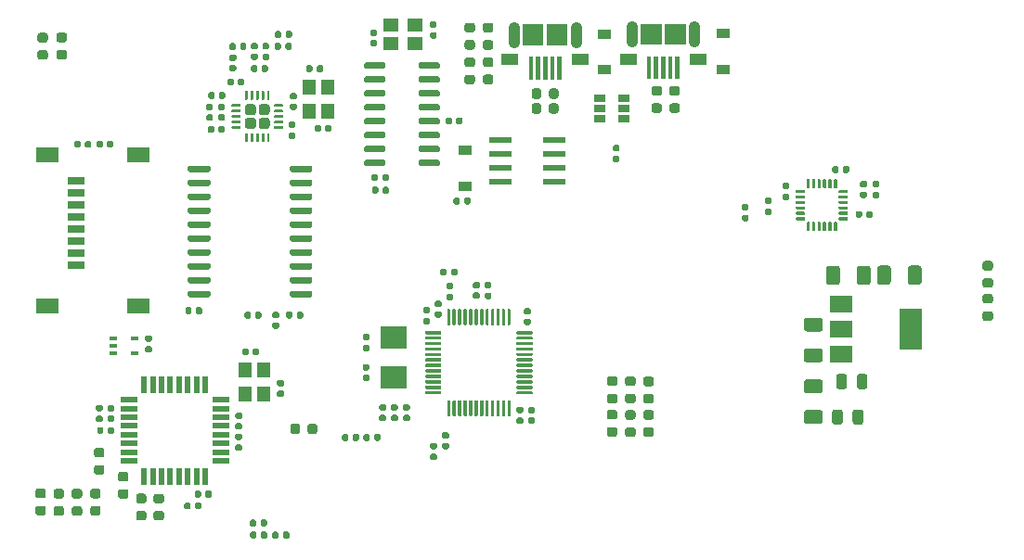
<source format=gtp>
G04 #@! TF.GenerationSoftware,KiCad,Pcbnew,(5.1.6)-1*
G04 #@! TF.CreationDate,2022-01-03T12:19:35+01:00*
G04 #@! TF.ProjectId,CURSO_PCB_DRONE,43555253-4f5f-4504-9342-5f44524f4e45,rev?*
G04 #@! TF.SameCoordinates,Original*
G04 #@! TF.FileFunction,Paste,Top*
G04 #@! TF.FilePolarity,Positive*
%FSLAX46Y46*%
G04 Gerber Fmt 4.6, Leading zero omitted, Abs format (unit mm)*
G04 Created by KiCad (PCBNEW (5.1.6)-1) date 2022-01-03 12:19:35*
%MOMM*%
%LPD*%
G01*
G04 APERTURE LIST*
%ADD10C,0.100000*%
%ADD11R,2.400000X2.000000*%
%ADD12R,0.400000X2.100000*%
%ADD13R,1.500000X1.000000*%
%ADD14R,1.900000X1.900000*%
%ADD15O,1.100000X2.400000*%
%ADD16R,1.400000X1.200000*%
%ADD17R,1.500000X0.800000*%
%ADD18R,2.000000X1.450000*%
%ADD19R,0.550000X1.500000*%
%ADD20R,1.500000X0.550000*%
%ADD21R,2.000000X0.600000*%
%ADD22R,1.060000X0.650000*%
%ADD23R,0.650000X0.400000*%
%ADD24R,2.000000X1.500000*%
%ADD25R,2.000000X3.800000*%
%ADD26R,1.200000X1.400000*%
%ADD27R,1.200000X0.900000*%
G04 APERTURE END LIST*
D10*
G36*
X142730000Y-70060000D02*
G01*
X141230000Y-70060000D01*
X141230000Y-69060000D01*
X142730000Y-69060000D01*
X142730000Y-70060000D01*
G37*
G36*
X136330000Y-70060000D02*
G01*
X134830000Y-70060000D01*
X134830000Y-69060000D01*
X136330000Y-69060000D01*
X136330000Y-70060000D01*
G37*
G36*
X137680000Y-71410000D02*
G01*
X137280000Y-71410000D01*
X137280000Y-69310000D01*
X137680000Y-69310000D01*
X137680000Y-71410000D01*
G37*
G36*
X138330000Y-71410000D02*
G01*
X137930000Y-71410000D01*
X137930000Y-69310000D01*
X138330000Y-69310000D01*
X138330000Y-71410000D01*
G37*
G36*
X138980000Y-71410000D02*
G01*
X138580000Y-71410000D01*
X138580000Y-69310000D01*
X138980000Y-69310000D01*
X138980000Y-71410000D01*
G37*
G36*
X139630000Y-71410000D02*
G01*
X139230000Y-71410000D01*
X139230000Y-69310000D01*
X139630000Y-69310000D01*
X139630000Y-71410000D01*
G37*
G36*
X140280000Y-71410000D02*
G01*
X139880000Y-71410000D01*
X139880000Y-69310000D01*
X140280000Y-69310000D01*
X140280000Y-71410000D01*
G37*
G36*
X140830000Y-68260000D02*
G01*
X138930000Y-68260000D01*
X138930000Y-66360000D01*
X140830000Y-66360000D01*
X140830000Y-68260000D01*
G37*
G36*
X138630000Y-68260000D02*
G01*
X136730000Y-68260000D01*
X136730000Y-66360000D01*
X138630000Y-66360000D01*
X138630000Y-68260000D01*
G37*
G36*
X127870000Y-68310000D02*
G01*
X125970000Y-68310000D01*
X125970000Y-66410000D01*
X127870000Y-66410000D01*
X127870000Y-68310000D01*
G37*
G36*
X130070000Y-68310000D02*
G01*
X128170000Y-68310000D01*
X128170000Y-66410000D01*
X130070000Y-66410000D01*
X130070000Y-68310000D01*
G37*
G36*
X129520000Y-71460000D02*
G01*
X129120000Y-71460000D01*
X129120000Y-69360000D01*
X129520000Y-69360000D01*
X129520000Y-71460000D01*
G37*
G36*
X128870000Y-71460000D02*
G01*
X128470000Y-71460000D01*
X128470000Y-69360000D01*
X128870000Y-69360000D01*
X128870000Y-71460000D01*
G37*
G36*
X128220000Y-71460000D02*
G01*
X127820000Y-71460000D01*
X127820000Y-69360000D01*
X128220000Y-69360000D01*
X128220000Y-71460000D01*
G37*
G36*
X127570000Y-71460000D02*
G01*
X127170000Y-71460000D01*
X127170000Y-69360000D01*
X127570000Y-69360000D01*
X127570000Y-71460000D01*
G37*
G36*
X126920000Y-71460000D02*
G01*
X126520000Y-71460000D01*
X126520000Y-69360000D01*
X126920000Y-69360000D01*
X126920000Y-71460000D01*
G37*
G36*
X125570000Y-70110000D02*
G01*
X124070000Y-70110000D01*
X124070000Y-69110000D01*
X125570000Y-69110000D01*
X125570000Y-70110000D01*
G37*
G36*
X131970000Y-70110000D02*
G01*
X130470000Y-70110000D01*
X130470000Y-69110000D01*
X131970000Y-69110000D01*
X131970000Y-70110000D01*
G37*
G36*
G01*
X117075880Y-94627320D02*
X117075880Y-94477320D01*
G75*
G02*
X117150880Y-94402320I75000J0D01*
G01*
X118475880Y-94402320D01*
G75*
G02*
X118550880Y-94477320I0J-75000D01*
G01*
X118550880Y-94627320D01*
G75*
G02*
X118475880Y-94702320I-75000J0D01*
G01*
X117150880Y-94702320D01*
G75*
G02*
X117075880Y-94627320I0J75000D01*
G01*
G37*
G36*
G01*
X117075880Y-95127320D02*
X117075880Y-94977320D01*
G75*
G02*
X117150880Y-94902320I75000J0D01*
G01*
X118475880Y-94902320D01*
G75*
G02*
X118550880Y-94977320I0J-75000D01*
G01*
X118550880Y-95127320D01*
G75*
G02*
X118475880Y-95202320I-75000J0D01*
G01*
X117150880Y-95202320D01*
G75*
G02*
X117075880Y-95127320I0J75000D01*
G01*
G37*
G36*
G01*
X117075880Y-95627320D02*
X117075880Y-95477320D01*
G75*
G02*
X117150880Y-95402320I75000J0D01*
G01*
X118475880Y-95402320D01*
G75*
G02*
X118550880Y-95477320I0J-75000D01*
G01*
X118550880Y-95627320D01*
G75*
G02*
X118475880Y-95702320I-75000J0D01*
G01*
X117150880Y-95702320D01*
G75*
G02*
X117075880Y-95627320I0J75000D01*
G01*
G37*
G36*
G01*
X117075880Y-96127320D02*
X117075880Y-95977320D01*
G75*
G02*
X117150880Y-95902320I75000J0D01*
G01*
X118475880Y-95902320D01*
G75*
G02*
X118550880Y-95977320I0J-75000D01*
G01*
X118550880Y-96127320D01*
G75*
G02*
X118475880Y-96202320I-75000J0D01*
G01*
X117150880Y-96202320D01*
G75*
G02*
X117075880Y-96127320I0J75000D01*
G01*
G37*
G36*
G01*
X117075880Y-96627320D02*
X117075880Y-96477320D01*
G75*
G02*
X117150880Y-96402320I75000J0D01*
G01*
X118475880Y-96402320D01*
G75*
G02*
X118550880Y-96477320I0J-75000D01*
G01*
X118550880Y-96627320D01*
G75*
G02*
X118475880Y-96702320I-75000J0D01*
G01*
X117150880Y-96702320D01*
G75*
G02*
X117075880Y-96627320I0J75000D01*
G01*
G37*
G36*
G01*
X117075880Y-97127320D02*
X117075880Y-96977320D01*
G75*
G02*
X117150880Y-96902320I75000J0D01*
G01*
X118475880Y-96902320D01*
G75*
G02*
X118550880Y-96977320I0J-75000D01*
G01*
X118550880Y-97127320D01*
G75*
G02*
X118475880Y-97202320I-75000J0D01*
G01*
X117150880Y-97202320D01*
G75*
G02*
X117075880Y-97127320I0J75000D01*
G01*
G37*
G36*
G01*
X117075880Y-97627320D02*
X117075880Y-97477320D01*
G75*
G02*
X117150880Y-97402320I75000J0D01*
G01*
X118475880Y-97402320D01*
G75*
G02*
X118550880Y-97477320I0J-75000D01*
G01*
X118550880Y-97627320D01*
G75*
G02*
X118475880Y-97702320I-75000J0D01*
G01*
X117150880Y-97702320D01*
G75*
G02*
X117075880Y-97627320I0J75000D01*
G01*
G37*
G36*
G01*
X117075880Y-98127320D02*
X117075880Y-97977320D01*
G75*
G02*
X117150880Y-97902320I75000J0D01*
G01*
X118475880Y-97902320D01*
G75*
G02*
X118550880Y-97977320I0J-75000D01*
G01*
X118550880Y-98127320D01*
G75*
G02*
X118475880Y-98202320I-75000J0D01*
G01*
X117150880Y-98202320D01*
G75*
G02*
X117075880Y-98127320I0J75000D01*
G01*
G37*
G36*
G01*
X117075880Y-98627320D02*
X117075880Y-98477320D01*
G75*
G02*
X117150880Y-98402320I75000J0D01*
G01*
X118475880Y-98402320D01*
G75*
G02*
X118550880Y-98477320I0J-75000D01*
G01*
X118550880Y-98627320D01*
G75*
G02*
X118475880Y-98702320I-75000J0D01*
G01*
X117150880Y-98702320D01*
G75*
G02*
X117075880Y-98627320I0J75000D01*
G01*
G37*
G36*
G01*
X117075880Y-99127320D02*
X117075880Y-98977320D01*
G75*
G02*
X117150880Y-98902320I75000J0D01*
G01*
X118475880Y-98902320D01*
G75*
G02*
X118550880Y-98977320I0J-75000D01*
G01*
X118550880Y-99127320D01*
G75*
G02*
X118475880Y-99202320I-75000J0D01*
G01*
X117150880Y-99202320D01*
G75*
G02*
X117075880Y-99127320I0J75000D01*
G01*
G37*
G36*
G01*
X117075880Y-99627320D02*
X117075880Y-99477320D01*
G75*
G02*
X117150880Y-99402320I75000J0D01*
G01*
X118475880Y-99402320D01*
G75*
G02*
X118550880Y-99477320I0J-75000D01*
G01*
X118550880Y-99627320D01*
G75*
G02*
X118475880Y-99702320I-75000J0D01*
G01*
X117150880Y-99702320D01*
G75*
G02*
X117075880Y-99627320I0J75000D01*
G01*
G37*
G36*
G01*
X117075880Y-100127320D02*
X117075880Y-99977320D01*
G75*
G02*
X117150880Y-99902320I75000J0D01*
G01*
X118475880Y-99902320D01*
G75*
G02*
X118550880Y-99977320I0J-75000D01*
G01*
X118550880Y-100127320D01*
G75*
G02*
X118475880Y-100202320I-75000J0D01*
G01*
X117150880Y-100202320D01*
G75*
G02*
X117075880Y-100127320I0J75000D01*
G01*
G37*
G36*
G01*
X119075880Y-102127320D02*
X119075880Y-100802320D01*
G75*
G02*
X119150880Y-100727320I75000J0D01*
G01*
X119300880Y-100727320D01*
G75*
G02*
X119375880Y-100802320I0J-75000D01*
G01*
X119375880Y-102127320D01*
G75*
G02*
X119300880Y-102202320I-75000J0D01*
G01*
X119150880Y-102202320D01*
G75*
G02*
X119075880Y-102127320I0J75000D01*
G01*
G37*
G36*
G01*
X119575880Y-102127320D02*
X119575880Y-100802320D01*
G75*
G02*
X119650880Y-100727320I75000J0D01*
G01*
X119800880Y-100727320D01*
G75*
G02*
X119875880Y-100802320I0J-75000D01*
G01*
X119875880Y-102127320D01*
G75*
G02*
X119800880Y-102202320I-75000J0D01*
G01*
X119650880Y-102202320D01*
G75*
G02*
X119575880Y-102127320I0J75000D01*
G01*
G37*
G36*
G01*
X120075880Y-102127320D02*
X120075880Y-100802320D01*
G75*
G02*
X120150880Y-100727320I75000J0D01*
G01*
X120300880Y-100727320D01*
G75*
G02*
X120375880Y-100802320I0J-75000D01*
G01*
X120375880Y-102127320D01*
G75*
G02*
X120300880Y-102202320I-75000J0D01*
G01*
X120150880Y-102202320D01*
G75*
G02*
X120075880Y-102127320I0J75000D01*
G01*
G37*
G36*
G01*
X120575880Y-102127320D02*
X120575880Y-100802320D01*
G75*
G02*
X120650880Y-100727320I75000J0D01*
G01*
X120800880Y-100727320D01*
G75*
G02*
X120875880Y-100802320I0J-75000D01*
G01*
X120875880Y-102127320D01*
G75*
G02*
X120800880Y-102202320I-75000J0D01*
G01*
X120650880Y-102202320D01*
G75*
G02*
X120575880Y-102127320I0J75000D01*
G01*
G37*
G36*
G01*
X121075880Y-102127320D02*
X121075880Y-100802320D01*
G75*
G02*
X121150880Y-100727320I75000J0D01*
G01*
X121300880Y-100727320D01*
G75*
G02*
X121375880Y-100802320I0J-75000D01*
G01*
X121375880Y-102127320D01*
G75*
G02*
X121300880Y-102202320I-75000J0D01*
G01*
X121150880Y-102202320D01*
G75*
G02*
X121075880Y-102127320I0J75000D01*
G01*
G37*
G36*
G01*
X121575880Y-102127320D02*
X121575880Y-100802320D01*
G75*
G02*
X121650880Y-100727320I75000J0D01*
G01*
X121800880Y-100727320D01*
G75*
G02*
X121875880Y-100802320I0J-75000D01*
G01*
X121875880Y-102127320D01*
G75*
G02*
X121800880Y-102202320I-75000J0D01*
G01*
X121650880Y-102202320D01*
G75*
G02*
X121575880Y-102127320I0J75000D01*
G01*
G37*
G36*
G01*
X122075880Y-102127320D02*
X122075880Y-100802320D01*
G75*
G02*
X122150880Y-100727320I75000J0D01*
G01*
X122300880Y-100727320D01*
G75*
G02*
X122375880Y-100802320I0J-75000D01*
G01*
X122375880Y-102127320D01*
G75*
G02*
X122300880Y-102202320I-75000J0D01*
G01*
X122150880Y-102202320D01*
G75*
G02*
X122075880Y-102127320I0J75000D01*
G01*
G37*
G36*
G01*
X122575880Y-102127320D02*
X122575880Y-100802320D01*
G75*
G02*
X122650880Y-100727320I75000J0D01*
G01*
X122800880Y-100727320D01*
G75*
G02*
X122875880Y-100802320I0J-75000D01*
G01*
X122875880Y-102127320D01*
G75*
G02*
X122800880Y-102202320I-75000J0D01*
G01*
X122650880Y-102202320D01*
G75*
G02*
X122575880Y-102127320I0J75000D01*
G01*
G37*
G36*
G01*
X123075880Y-102127320D02*
X123075880Y-100802320D01*
G75*
G02*
X123150880Y-100727320I75000J0D01*
G01*
X123300880Y-100727320D01*
G75*
G02*
X123375880Y-100802320I0J-75000D01*
G01*
X123375880Y-102127320D01*
G75*
G02*
X123300880Y-102202320I-75000J0D01*
G01*
X123150880Y-102202320D01*
G75*
G02*
X123075880Y-102127320I0J75000D01*
G01*
G37*
G36*
G01*
X123575880Y-102127320D02*
X123575880Y-100802320D01*
G75*
G02*
X123650880Y-100727320I75000J0D01*
G01*
X123800880Y-100727320D01*
G75*
G02*
X123875880Y-100802320I0J-75000D01*
G01*
X123875880Y-102127320D01*
G75*
G02*
X123800880Y-102202320I-75000J0D01*
G01*
X123650880Y-102202320D01*
G75*
G02*
X123575880Y-102127320I0J75000D01*
G01*
G37*
G36*
G01*
X124075880Y-102127320D02*
X124075880Y-100802320D01*
G75*
G02*
X124150880Y-100727320I75000J0D01*
G01*
X124300880Y-100727320D01*
G75*
G02*
X124375880Y-100802320I0J-75000D01*
G01*
X124375880Y-102127320D01*
G75*
G02*
X124300880Y-102202320I-75000J0D01*
G01*
X124150880Y-102202320D01*
G75*
G02*
X124075880Y-102127320I0J75000D01*
G01*
G37*
G36*
G01*
X124575880Y-102127320D02*
X124575880Y-100802320D01*
G75*
G02*
X124650880Y-100727320I75000J0D01*
G01*
X124800880Y-100727320D01*
G75*
G02*
X124875880Y-100802320I0J-75000D01*
G01*
X124875880Y-102127320D01*
G75*
G02*
X124800880Y-102202320I-75000J0D01*
G01*
X124650880Y-102202320D01*
G75*
G02*
X124575880Y-102127320I0J75000D01*
G01*
G37*
G36*
G01*
X125400880Y-100127320D02*
X125400880Y-99977320D01*
G75*
G02*
X125475880Y-99902320I75000J0D01*
G01*
X126800880Y-99902320D01*
G75*
G02*
X126875880Y-99977320I0J-75000D01*
G01*
X126875880Y-100127320D01*
G75*
G02*
X126800880Y-100202320I-75000J0D01*
G01*
X125475880Y-100202320D01*
G75*
G02*
X125400880Y-100127320I0J75000D01*
G01*
G37*
G36*
G01*
X125400880Y-99627320D02*
X125400880Y-99477320D01*
G75*
G02*
X125475880Y-99402320I75000J0D01*
G01*
X126800880Y-99402320D01*
G75*
G02*
X126875880Y-99477320I0J-75000D01*
G01*
X126875880Y-99627320D01*
G75*
G02*
X126800880Y-99702320I-75000J0D01*
G01*
X125475880Y-99702320D01*
G75*
G02*
X125400880Y-99627320I0J75000D01*
G01*
G37*
G36*
G01*
X125400880Y-99127320D02*
X125400880Y-98977320D01*
G75*
G02*
X125475880Y-98902320I75000J0D01*
G01*
X126800880Y-98902320D01*
G75*
G02*
X126875880Y-98977320I0J-75000D01*
G01*
X126875880Y-99127320D01*
G75*
G02*
X126800880Y-99202320I-75000J0D01*
G01*
X125475880Y-99202320D01*
G75*
G02*
X125400880Y-99127320I0J75000D01*
G01*
G37*
G36*
G01*
X125400880Y-98627320D02*
X125400880Y-98477320D01*
G75*
G02*
X125475880Y-98402320I75000J0D01*
G01*
X126800880Y-98402320D01*
G75*
G02*
X126875880Y-98477320I0J-75000D01*
G01*
X126875880Y-98627320D01*
G75*
G02*
X126800880Y-98702320I-75000J0D01*
G01*
X125475880Y-98702320D01*
G75*
G02*
X125400880Y-98627320I0J75000D01*
G01*
G37*
G36*
G01*
X125400880Y-98127320D02*
X125400880Y-97977320D01*
G75*
G02*
X125475880Y-97902320I75000J0D01*
G01*
X126800880Y-97902320D01*
G75*
G02*
X126875880Y-97977320I0J-75000D01*
G01*
X126875880Y-98127320D01*
G75*
G02*
X126800880Y-98202320I-75000J0D01*
G01*
X125475880Y-98202320D01*
G75*
G02*
X125400880Y-98127320I0J75000D01*
G01*
G37*
G36*
G01*
X125400880Y-97627320D02*
X125400880Y-97477320D01*
G75*
G02*
X125475880Y-97402320I75000J0D01*
G01*
X126800880Y-97402320D01*
G75*
G02*
X126875880Y-97477320I0J-75000D01*
G01*
X126875880Y-97627320D01*
G75*
G02*
X126800880Y-97702320I-75000J0D01*
G01*
X125475880Y-97702320D01*
G75*
G02*
X125400880Y-97627320I0J75000D01*
G01*
G37*
G36*
G01*
X125400880Y-97127320D02*
X125400880Y-96977320D01*
G75*
G02*
X125475880Y-96902320I75000J0D01*
G01*
X126800880Y-96902320D01*
G75*
G02*
X126875880Y-96977320I0J-75000D01*
G01*
X126875880Y-97127320D01*
G75*
G02*
X126800880Y-97202320I-75000J0D01*
G01*
X125475880Y-97202320D01*
G75*
G02*
X125400880Y-97127320I0J75000D01*
G01*
G37*
G36*
G01*
X125400880Y-96627320D02*
X125400880Y-96477320D01*
G75*
G02*
X125475880Y-96402320I75000J0D01*
G01*
X126800880Y-96402320D01*
G75*
G02*
X126875880Y-96477320I0J-75000D01*
G01*
X126875880Y-96627320D01*
G75*
G02*
X126800880Y-96702320I-75000J0D01*
G01*
X125475880Y-96702320D01*
G75*
G02*
X125400880Y-96627320I0J75000D01*
G01*
G37*
G36*
G01*
X125400880Y-96127320D02*
X125400880Y-95977320D01*
G75*
G02*
X125475880Y-95902320I75000J0D01*
G01*
X126800880Y-95902320D01*
G75*
G02*
X126875880Y-95977320I0J-75000D01*
G01*
X126875880Y-96127320D01*
G75*
G02*
X126800880Y-96202320I-75000J0D01*
G01*
X125475880Y-96202320D01*
G75*
G02*
X125400880Y-96127320I0J75000D01*
G01*
G37*
G36*
G01*
X125400880Y-95627320D02*
X125400880Y-95477320D01*
G75*
G02*
X125475880Y-95402320I75000J0D01*
G01*
X126800880Y-95402320D01*
G75*
G02*
X126875880Y-95477320I0J-75000D01*
G01*
X126875880Y-95627320D01*
G75*
G02*
X126800880Y-95702320I-75000J0D01*
G01*
X125475880Y-95702320D01*
G75*
G02*
X125400880Y-95627320I0J75000D01*
G01*
G37*
G36*
G01*
X125400880Y-95127320D02*
X125400880Y-94977320D01*
G75*
G02*
X125475880Y-94902320I75000J0D01*
G01*
X126800880Y-94902320D01*
G75*
G02*
X126875880Y-94977320I0J-75000D01*
G01*
X126875880Y-95127320D01*
G75*
G02*
X126800880Y-95202320I-75000J0D01*
G01*
X125475880Y-95202320D01*
G75*
G02*
X125400880Y-95127320I0J75000D01*
G01*
G37*
G36*
G01*
X125400880Y-94627320D02*
X125400880Y-94477320D01*
G75*
G02*
X125475880Y-94402320I75000J0D01*
G01*
X126800880Y-94402320D01*
G75*
G02*
X126875880Y-94477320I0J-75000D01*
G01*
X126875880Y-94627320D01*
G75*
G02*
X126800880Y-94702320I-75000J0D01*
G01*
X125475880Y-94702320D01*
G75*
G02*
X125400880Y-94627320I0J75000D01*
G01*
G37*
G36*
G01*
X124575880Y-93802320D02*
X124575880Y-92477320D01*
G75*
G02*
X124650880Y-92402320I75000J0D01*
G01*
X124800880Y-92402320D01*
G75*
G02*
X124875880Y-92477320I0J-75000D01*
G01*
X124875880Y-93802320D01*
G75*
G02*
X124800880Y-93877320I-75000J0D01*
G01*
X124650880Y-93877320D01*
G75*
G02*
X124575880Y-93802320I0J75000D01*
G01*
G37*
G36*
G01*
X124075880Y-93802320D02*
X124075880Y-92477320D01*
G75*
G02*
X124150880Y-92402320I75000J0D01*
G01*
X124300880Y-92402320D01*
G75*
G02*
X124375880Y-92477320I0J-75000D01*
G01*
X124375880Y-93802320D01*
G75*
G02*
X124300880Y-93877320I-75000J0D01*
G01*
X124150880Y-93877320D01*
G75*
G02*
X124075880Y-93802320I0J75000D01*
G01*
G37*
G36*
G01*
X123575880Y-93802320D02*
X123575880Y-92477320D01*
G75*
G02*
X123650880Y-92402320I75000J0D01*
G01*
X123800880Y-92402320D01*
G75*
G02*
X123875880Y-92477320I0J-75000D01*
G01*
X123875880Y-93802320D01*
G75*
G02*
X123800880Y-93877320I-75000J0D01*
G01*
X123650880Y-93877320D01*
G75*
G02*
X123575880Y-93802320I0J75000D01*
G01*
G37*
G36*
G01*
X123075880Y-93802320D02*
X123075880Y-92477320D01*
G75*
G02*
X123150880Y-92402320I75000J0D01*
G01*
X123300880Y-92402320D01*
G75*
G02*
X123375880Y-92477320I0J-75000D01*
G01*
X123375880Y-93802320D01*
G75*
G02*
X123300880Y-93877320I-75000J0D01*
G01*
X123150880Y-93877320D01*
G75*
G02*
X123075880Y-93802320I0J75000D01*
G01*
G37*
G36*
G01*
X122575880Y-93802320D02*
X122575880Y-92477320D01*
G75*
G02*
X122650880Y-92402320I75000J0D01*
G01*
X122800880Y-92402320D01*
G75*
G02*
X122875880Y-92477320I0J-75000D01*
G01*
X122875880Y-93802320D01*
G75*
G02*
X122800880Y-93877320I-75000J0D01*
G01*
X122650880Y-93877320D01*
G75*
G02*
X122575880Y-93802320I0J75000D01*
G01*
G37*
G36*
G01*
X122075880Y-93802320D02*
X122075880Y-92477320D01*
G75*
G02*
X122150880Y-92402320I75000J0D01*
G01*
X122300880Y-92402320D01*
G75*
G02*
X122375880Y-92477320I0J-75000D01*
G01*
X122375880Y-93802320D01*
G75*
G02*
X122300880Y-93877320I-75000J0D01*
G01*
X122150880Y-93877320D01*
G75*
G02*
X122075880Y-93802320I0J75000D01*
G01*
G37*
G36*
G01*
X121575880Y-93802320D02*
X121575880Y-92477320D01*
G75*
G02*
X121650880Y-92402320I75000J0D01*
G01*
X121800880Y-92402320D01*
G75*
G02*
X121875880Y-92477320I0J-75000D01*
G01*
X121875880Y-93802320D01*
G75*
G02*
X121800880Y-93877320I-75000J0D01*
G01*
X121650880Y-93877320D01*
G75*
G02*
X121575880Y-93802320I0J75000D01*
G01*
G37*
G36*
G01*
X121075880Y-93802320D02*
X121075880Y-92477320D01*
G75*
G02*
X121150880Y-92402320I75000J0D01*
G01*
X121300880Y-92402320D01*
G75*
G02*
X121375880Y-92477320I0J-75000D01*
G01*
X121375880Y-93802320D01*
G75*
G02*
X121300880Y-93877320I-75000J0D01*
G01*
X121150880Y-93877320D01*
G75*
G02*
X121075880Y-93802320I0J75000D01*
G01*
G37*
G36*
G01*
X120575880Y-93802320D02*
X120575880Y-92477320D01*
G75*
G02*
X120650880Y-92402320I75000J0D01*
G01*
X120800880Y-92402320D01*
G75*
G02*
X120875880Y-92477320I0J-75000D01*
G01*
X120875880Y-93802320D01*
G75*
G02*
X120800880Y-93877320I-75000J0D01*
G01*
X120650880Y-93877320D01*
G75*
G02*
X120575880Y-93802320I0J75000D01*
G01*
G37*
G36*
G01*
X120075880Y-93802320D02*
X120075880Y-92477320D01*
G75*
G02*
X120150880Y-92402320I75000J0D01*
G01*
X120300880Y-92402320D01*
G75*
G02*
X120375880Y-92477320I0J-75000D01*
G01*
X120375880Y-93802320D01*
G75*
G02*
X120300880Y-93877320I-75000J0D01*
G01*
X120150880Y-93877320D01*
G75*
G02*
X120075880Y-93802320I0J75000D01*
G01*
G37*
G36*
G01*
X119575880Y-93802320D02*
X119575880Y-92477320D01*
G75*
G02*
X119650880Y-92402320I75000J0D01*
G01*
X119800880Y-92402320D01*
G75*
G02*
X119875880Y-92477320I0J-75000D01*
G01*
X119875880Y-93802320D01*
G75*
G02*
X119800880Y-93877320I-75000J0D01*
G01*
X119650880Y-93877320D01*
G75*
G02*
X119575880Y-93802320I0J75000D01*
G01*
G37*
G36*
G01*
X119075880Y-93802320D02*
X119075880Y-92477320D01*
G75*
G02*
X119150880Y-92402320I75000J0D01*
G01*
X119300880Y-92402320D01*
G75*
G02*
X119375880Y-92477320I0J-75000D01*
G01*
X119375880Y-93802320D01*
G75*
G02*
X119300880Y-93877320I-75000J0D01*
G01*
X119150880Y-93877320D01*
G75*
G02*
X119075880Y-93802320I0J75000D01*
G01*
G37*
D11*
X114223000Y-98678680D03*
X114223000Y-94978680D03*
D12*
X140080000Y-70360000D03*
X139430000Y-70360000D03*
X138780000Y-70360000D03*
X138130000Y-70360000D03*
X137480000Y-70360000D03*
D13*
X141980000Y-69560000D03*
X135580000Y-69560000D03*
D14*
X139880000Y-67310000D03*
X137680000Y-67310000D03*
D15*
X135955000Y-67310000D03*
X141605000Y-67310000D03*
X130845000Y-67360000D03*
X125195000Y-67360000D03*
D14*
X126920000Y-67360000D03*
X129120000Y-67360000D03*
D13*
X124820000Y-69610000D03*
X131220000Y-69610000D03*
D12*
X126720000Y-70410000D03*
X127370000Y-70410000D03*
X128020000Y-70410000D03*
X128670000Y-70410000D03*
X129320000Y-70410000D03*
D16*
X113980000Y-66440000D03*
X116180000Y-66440000D03*
X116180000Y-68140000D03*
X113980000Y-68140000D03*
D17*
X85220000Y-88410000D03*
X85220000Y-87310000D03*
X85220000Y-86210000D03*
X85220000Y-85110000D03*
X85220000Y-84010000D03*
X85220000Y-82910000D03*
X85220000Y-81810000D03*
X85220000Y-80710000D03*
D18*
X90920000Y-92090000D03*
X90920000Y-78330000D03*
X82620000Y-78330000D03*
X82620000Y-92090000D03*
G36*
G01*
X151730800Y-84095880D02*
X151730800Y-84245880D01*
G75*
G02*
X151655800Y-84320880I-75000J0D01*
G01*
X150955800Y-84320880D01*
G75*
G02*
X150880800Y-84245880I0J75000D01*
G01*
X150880800Y-84095880D01*
G75*
G02*
X150955800Y-84020880I75000J0D01*
G01*
X151655800Y-84020880D01*
G75*
G02*
X151730800Y-84095880I0J-75000D01*
G01*
G37*
G36*
G01*
X151730800Y-83595880D02*
X151730800Y-83745880D01*
G75*
G02*
X151655800Y-83820880I-75000J0D01*
G01*
X150955800Y-83820880D01*
G75*
G02*
X150880800Y-83745880I0J75000D01*
G01*
X150880800Y-83595880D01*
G75*
G02*
X150955800Y-83520880I75000J0D01*
G01*
X151655800Y-83520880D01*
G75*
G02*
X151730800Y-83595880I0J-75000D01*
G01*
G37*
G36*
G01*
X151730800Y-83095880D02*
X151730800Y-83245880D01*
G75*
G02*
X151655800Y-83320880I-75000J0D01*
G01*
X150955800Y-83320880D01*
G75*
G02*
X150880800Y-83245880I0J75000D01*
G01*
X150880800Y-83095880D01*
G75*
G02*
X150955800Y-83020880I75000J0D01*
G01*
X151655800Y-83020880D01*
G75*
G02*
X151730800Y-83095880I0J-75000D01*
G01*
G37*
G36*
G01*
X151730800Y-82595880D02*
X151730800Y-82745880D01*
G75*
G02*
X151655800Y-82820880I-75000J0D01*
G01*
X150955800Y-82820880D01*
G75*
G02*
X150880800Y-82745880I0J75000D01*
G01*
X150880800Y-82595880D01*
G75*
G02*
X150955800Y-82520880I75000J0D01*
G01*
X151655800Y-82520880D01*
G75*
G02*
X151730800Y-82595880I0J-75000D01*
G01*
G37*
G36*
G01*
X151730800Y-82095880D02*
X151730800Y-82245880D01*
G75*
G02*
X151655800Y-82320880I-75000J0D01*
G01*
X150955800Y-82320880D01*
G75*
G02*
X150880800Y-82245880I0J75000D01*
G01*
X150880800Y-82095880D01*
G75*
G02*
X150955800Y-82020880I75000J0D01*
G01*
X151655800Y-82020880D01*
G75*
G02*
X151730800Y-82095880I0J-75000D01*
G01*
G37*
G36*
G01*
X151730800Y-81595880D02*
X151730800Y-81745880D01*
G75*
G02*
X151655800Y-81820880I-75000J0D01*
G01*
X150955800Y-81820880D01*
G75*
G02*
X150880800Y-81745880I0J75000D01*
G01*
X150880800Y-81595880D01*
G75*
G02*
X150955800Y-81520880I75000J0D01*
G01*
X151655800Y-81520880D01*
G75*
G02*
X151730800Y-81595880I0J-75000D01*
G01*
G37*
G36*
G01*
X152080800Y-81395880D02*
X151930800Y-81395880D01*
G75*
G02*
X151855800Y-81320880I0J75000D01*
G01*
X151855800Y-80620880D01*
G75*
G02*
X151930800Y-80545880I75000J0D01*
G01*
X152080800Y-80545880D01*
G75*
G02*
X152155800Y-80620880I0J-75000D01*
G01*
X152155800Y-81320880D01*
G75*
G02*
X152080800Y-81395880I-75000J0D01*
G01*
G37*
G36*
G01*
X152580800Y-81395880D02*
X152430800Y-81395880D01*
G75*
G02*
X152355800Y-81320880I0J75000D01*
G01*
X152355800Y-80620880D01*
G75*
G02*
X152430800Y-80545880I75000J0D01*
G01*
X152580800Y-80545880D01*
G75*
G02*
X152655800Y-80620880I0J-75000D01*
G01*
X152655800Y-81320880D01*
G75*
G02*
X152580800Y-81395880I-75000J0D01*
G01*
G37*
G36*
G01*
X153080800Y-81395880D02*
X152930800Y-81395880D01*
G75*
G02*
X152855800Y-81320880I0J75000D01*
G01*
X152855800Y-80620880D01*
G75*
G02*
X152930800Y-80545880I75000J0D01*
G01*
X153080800Y-80545880D01*
G75*
G02*
X153155800Y-80620880I0J-75000D01*
G01*
X153155800Y-81320880D01*
G75*
G02*
X153080800Y-81395880I-75000J0D01*
G01*
G37*
G36*
G01*
X153580800Y-81395880D02*
X153430800Y-81395880D01*
G75*
G02*
X153355800Y-81320880I0J75000D01*
G01*
X153355800Y-80620880D01*
G75*
G02*
X153430800Y-80545880I75000J0D01*
G01*
X153580800Y-80545880D01*
G75*
G02*
X153655800Y-80620880I0J-75000D01*
G01*
X153655800Y-81320880D01*
G75*
G02*
X153580800Y-81395880I-75000J0D01*
G01*
G37*
G36*
G01*
X154080800Y-81395880D02*
X153930800Y-81395880D01*
G75*
G02*
X153855800Y-81320880I0J75000D01*
G01*
X153855800Y-80620880D01*
G75*
G02*
X153930800Y-80545880I75000J0D01*
G01*
X154080800Y-80545880D01*
G75*
G02*
X154155800Y-80620880I0J-75000D01*
G01*
X154155800Y-81320880D01*
G75*
G02*
X154080800Y-81395880I-75000J0D01*
G01*
G37*
G36*
G01*
X154580800Y-81395880D02*
X154430800Y-81395880D01*
G75*
G02*
X154355800Y-81320880I0J75000D01*
G01*
X154355800Y-80620880D01*
G75*
G02*
X154430800Y-80545880I75000J0D01*
G01*
X154580800Y-80545880D01*
G75*
G02*
X154655800Y-80620880I0J-75000D01*
G01*
X154655800Y-81320880D01*
G75*
G02*
X154580800Y-81395880I-75000J0D01*
G01*
G37*
G36*
G01*
X155630800Y-81595880D02*
X155630800Y-81745880D01*
G75*
G02*
X155555800Y-81820880I-75000J0D01*
G01*
X154855800Y-81820880D01*
G75*
G02*
X154780800Y-81745880I0J75000D01*
G01*
X154780800Y-81595880D01*
G75*
G02*
X154855800Y-81520880I75000J0D01*
G01*
X155555800Y-81520880D01*
G75*
G02*
X155630800Y-81595880I0J-75000D01*
G01*
G37*
G36*
G01*
X155630800Y-82095880D02*
X155630800Y-82245880D01*
G75*
G02*
X155555800Y-82320880I-75000J0D01*
G01*
X154855800Y-82320880D01*
G75*
G02*
X154780800Y-82245880I0J75000D01*
G01*
X154780800Y-82095880D01*
G75*
G02*
X154855800Y-82020880I75000J0D01*
G01*
X155555800Y-82020880D01*
G75*
G02*
X155630800Y-82095880I0J-75000D01*
G01*
G37*
G36*
G01*
X155630800Y-82595880D02*
X155630800Y-82745880D01*
G75*
G02*
X155555800Y-82820880I-75000J0D01*
G01*
X154855800Y-82820880D01*
G75*
G02*
X154780800Y-82745880I0J75000D01*
G01*
X154780800Y-82595880D01*
G75*
G02*
X154855800Y-82520880I75000J0D01*
G01*
X155555800Y-82520880D01*
G75*
G02*
X155630800Y-82595880I0J-75000D01*
G01*
G37*
G36*
G01*
X155630800Y-83095880D02*
X155630800Y-83245880D01*
G75*
G02*
X155555800Y-83320880I-75000J0D01*
G01*
X154855800Y-83320880D01*
G75*
G02*
X154780800Y-83245880I0J75000D01*
G01*
X154780800Y-83095880D01*
G75*
G02*
X154855800Y-83020880I75000J0D01*
G01*
X155555800Y-83020880D01*
G75*
G02*
X155630800Y-83095880I0J-75000D01*
G01*
G37*
G36*
G01*
X155630800Y-83595880D02*
X155630800Y-83745880D01*
G75*
G02*
X155555800Y-83820880I-75000J0D01*
G01*
X154855800Y-83820880D01*
G75*
G02*
X154780800Y-83745880I0J75000D01*
G01*
X154780800Y-83595880D01*
G75*
G02*
X154855800Y-83520880I75000J0D01*
G01*
X155555800Y-83520880D01*
G75*
G02*
X155630800Y-83595880I0J-75000D01*
G01*
G37*
G36*
G01*
X155630800Y-84095880D02*
X155630800Y-84245880D01*
G75*
G02*
X155555800Y-84320880I-75000J0D01*
G01*
X154855800Y-84320880D01*
G75*
G02*
X154780800Y-84245880I0J75000D01*
G01*
X154780800Y-84095880D01*
G75*
G02*
X154855800Y-84020880I75000J0D01*
G01*
X155555800Y-84020880D01*
G75*
G02*
X155630800Y-84095880I0J-75000D01*
G01*
G37*
G36*
G01*
X154580800Y-85295880D02*
X154430800Y-85295880D01*
G75*
G02*
X154355800Y-85220880I0J75000D01*
G01*
X154355800Y-84520880D01*
G75*
G02*
X154430800Y-84445880I75000J0D01*
G01*
X154580800Y-84445880D01*
G75*
G02*
X154655800Y-84520880I0J-75000D01*
G01*
X154655800Y-85220880D01*
G75*
G02*
X154580800Y-85295880I-75000J0D01*
G01*
G37*
G36*
G01*
X154080800Y-85295880D02*
X153930800Y-85295880D01*
G75*
G02*
X153855800Y-85220880I0J75000D01*
G01*
X153855800Y-84520880D01*
G75*
G02*
X153930800Y-84445880I75000J0D01*
G01*
X154080800Y-84445880D01*
G75*
G02*
X154155800Y-84520880I0J-75000D01*
G01*
X154155800Y-85220880D01*
G75*
G02*
X154080800Y-85295880I-75000J0D01*
G01*
G37*
G36*
G01*
X153580800Y-85295880D02*
X153430800Y-85295880D01*
G75*
G02*
X153355800Y-85220880I0J75000D01*
G01*
X153355800Y-84520880D01*
G75*
G02*
X153430800Y-84445880I75000J0D01*
G01*
X153580800Y-84445880D01*
G75*
G02*
X153655800Y-84520880I0J-75000D01*
G01*
X153655800Y-85220880D01*
G75*
G02*
X153580800Y-85295880I-75000J0D01*
G01*
G37*
G36*
G01*
X153080800Y-85295880D02*
X152930800Y-85295880D01*
G75*
G02*
X152855800Y-85220880I0J75000D01*
G01*
X152855800Y-84520880D01*
G75*
G02*
X152930800Y-84445880I75000J0D01*
G01*
X153080800Y-84445880D01*
G75*
G02*
X153155800Y-84520880I0J-75000D01*
G01*
X153155800Y-85220880D01*
G75*
G02*
X153080800Y-85295880I-75000J0D01*
G01*
G37*
G36*
G01*
X152580800Y-85295880D02*
X152430800Y-85295880D01*
G75*
G02*
X152355800Y-85220880I0J75000D01*
G01*
X152355800Y-84520880D01*
G75*
G02*
X152430800Y-84445880I75000J0D01*
G01*
X152580800Y-84445880D01*
G75*
G02*
X152655800Y-84520880I0J-75000D01*
G01*
X152655800Y-85220880D01*
G75*
G02*
X152580800Y-85295880I-75000J0D01*
G01*
G37*
G36*
G01*
X152080800Y-85295880D02*
X151930800Y-85295880D01*
G75*
G02*
X151855800Y-85220880I0J75000D01*
G01*
X151855800Y-84520880D01*
G75*
G02*
X151930800Y-84445880I75000J0D01*
G01*
X152080800Y-84445880D01*
G75*
G02*
X152155800Y-84520880I0J-75000D01*
G01*
X152155800Y-85220880D01*
G75*
G02*
X152080800Y-85295880I-75000J0D01*
G01*
G37*
G36*
G01*
X156326360Y-83939900D02*
X156326360Y-83594900D01*
G75*
G02*
X156473860Y-83447400I147500J0D01*
G01*
X156768860Y-83447400D01*
G75*
G02*
X156916360Y-83594900I0J-147500D01*
G01*
X156916360Y-83939900D01*
G75*
G02*
X156768860Y-84087400I-147500J0D01*
G01*
X156473860Y-84087400D01*
G75*
G02*
X156326360Y-83939900I0J147500D01*
G01*
G37*
G36*
G01*
X157296360Y-83939900D02*
X157296360Y-83594900D01*
G75*
G02*
X157443860Y-83447400I147500J0D01*
G01*
X157738860Y-83447400D01*
G75*
G02*
X157886360Y-83594900I0J-147500D01*
G01*
X157886360Y-83939900D01*
G75*
G02*
X157738860Y-84087400I-147500J0D01*
G01*
X157443860Y-84087400D01*
G75*
G02*
X157296360Y-83939900I0J147500D01*
G01*
G37*
G36*
G01*
X113450000Y-78905000D02*
X113450000Y-79205000D01*
G75*
G02*
X113300000Y-79355000I-150000J0D01*
G01*
X111650000Y-79355000D01*
G75*
G02*
X111500000Y-79205000I0J150000D01*
G01*
X111500000Y-78905000D01*
G75*
G02*
X111650000Y-78755000I150000J0D01*
G01*
X113300000Y-78755000D01*
G75*
G02*
X113450000Y-78905000I0J-150000D01*
G01*
G37*
G36*
G01*
X113450000Y-77635000D02*
X113450000Y-77935000D01*
G75*
G02*
X113300000Y-78085000I-150000J0D01*
G01*
X111650000Y-78085000D01*
G75*
G02*
X111500000Y-77935000I0J150000D01*
G01*
X111500000Y-77635000D01*
G75*
G02*
X111650000Y-77485000I150000J0D01*
G01*
X113300000Y-77485000D01*
G75*
G02*
X113450000Y-77635000I0J-150000D01*
G01*
G37*
G36*
G01*
X113450000Y-76365000D02*
X113450000Y-76665000D01*
G75*
G02*
X113300000Y-76815000I-150000J0D01*
G01*
X111650000Y-76815000D01*
G75*
G02*
X111500000Y-76665000I0J150000D01*
G01*
X111500000Y-76365000D01*
G75*
G02*
X111650000Y-76215000I150000J0D01*
G01*
X113300000Y-76215000D01*
G75*
G02*
X113450000Y-76365000I0J-150000D01*
G01*
G37*
G36*
G01*
X113450000Y-75095000D02*
X113450000Y-75395000D01*
G75*
G02*
X113300000Y-75545000I-150000J0D01*
G01*
X111650000Y-75545000D01*
G75*
G02*
X111500000Y-75395000I0J150000D01*
G01*
X111500000Y-75095000D01*
G75*
G02*
X111650000Y-74945000I150000J0D01*
G01*
X113300000Y-74945000D01*
G75*
G02*
X113450000Y-75095000I0J-150000D01*
G01*
G37*
G36*
G01*
X113450000Y-73825000D02*
X113450000Y-74125000D01*
G75*
G02*
X113300000Y-74275000I-150000J0D01*
G01*
X111650000Y-74275000D01*
G75*
G02*
X111500000Y-74125000I0J150000D01*
G01*
X111500000Y-73825000D01*
G75*
G02*
X111650000Y-73675000I150000J0D01*
G01*
X113300000Y-73675000D01*
G75*
G02*
X113450000Y-73825000I0J-150000D01*
G01*
G37*
G36*
G01*
X113450000Y-72555000D02*
X113450000Y-72855000D01*
G75*
G02*
X113300000Y-73005000I-150000J0D01*
G01*
X111650000Y-73005000D01*
G75*
G02*
X111500000Y-72855000I0J150000D01*
G01*
X111500000Y-72555000D01*
G75*
G02*
X111650000Y-72405000I150000J0D01*
G01*
X113300000Y-72405000D01*
G75*
G02*
X113450000Y-72555000I0J-150000D01*
G01*
G37*
G36*
G01*
X113450000Y-71285000D02*
X113450000Y-71585000D01*
G75*
G02*
X113300000Y-71735000I-150000J0D01*
G01*
X111650000Y-71735000D01*
G75*
G02*
X111500000Y-71585000I0J150000D01*
G01*
X111500000Y-71285000D01*
G75*
G02*
X111650000Y-71135000I150000J0D01*
G01*
X113300000Y-71135000D01*
G75*
G02*
X113450000Y-71285000I0J-150000D01*
G01*
G37*
G36*
G01*
X113450000Y-70015000D02*
X113450000Y-70315000D01*
G75*
G02*
X113300000Y-70465000I-150000J0D01*
G01*
X111650000Y-70465000D01*
G75*
G02*
X111500000Y-70315000I0J150000D01*
G01*
X111500000Y-70015000D01*
G75*
G02*
X111650000Y-69865000I150000J0D01*
G01*
X113300000Y-69865000D01*
G75*
G02*
X113450000Y-70015000I0J-150000D01*
G01*
G37*
G36*
G01*
X118400000Y-70015000D02*
X118400000Y-70315000D01*
G75*
G02*
X118250000Y-70465000I-150000J0D01*
G01*
X116600000Y-70465000D01*
G75*
G02*
X116450000Y-70315000I0J150000D01*
G01*
X116450000Y-70015000D01*
G75*
G02*
X116600000Y-69865000I150000J0D01*
G01*
X118250000Y-69865000D01*
G75*
G02*
X118400000Y-70015000I0J-150000D01*
G01*
G37*
G36*
G01*
X118400000Y-71285000D02*
X118400000Y-71585000D01*
G75*
G02*
X118250000Y-71735000I-150000J0D01*
G01*
X116600000Y-71735000D01*
G75*
G02*
X116450000Y-71585000I0J150000D01*
G01*
X116450000Y-71285000D01*
G75*
G02*
X116600000Y-71135000I150000J0D01*
G01*
X118250000Y-71135000D01*
G75*
G02*
X118400000Y-71285000I0J-150000D01*
G01*
G37*
G36*
G01*
X118400000Y-72555000D02*
X118400000Y-72855000D01*
G75*
G02*
X118250000Y-73005000I-150000J0D01*
G01*
X116600000Y-73005000D01*
G75*
G02*
X116450000Y-72855000I0J150000D01*
G01*
X116450000Y-72555000D01*
G75*
G02*
X116600000Y-72405000I150000J0D01*
G01*
X118250000Y-72405000D01*
G75*
G02*
X118400000Y-72555000I0J-150000D01*
G01*
G37*
G36*
G01*
X118400000Y-73825000D02*
X118400000Y-74125000D01*
G75*
G02*
X118250000Y-74275000I-150000J0D01*
G01*
X116600000Y-74275000D01*
G75*
G02*
X116450000Y-74125000I0J150000D01*
G01*
X116450000Y-73825000D01*
G75*
G02*
X116600000Y-73675000I150000J0D01*
G01*
X118250000Y-73675000D01*
G75*
G02*
X118400000Y-73825000I0J-150000D01*
G01*
G37*
G36*
G01*
X118400000Y-75095000D02*
X118400000Y-75395000D01*
G75*
G02*
X118250000Y-75545000I-150000J0D01*
G01*
X116600000Y-75545000D01*
G75*
G02*
X116450000Y-75395000I0J150000D01*
G01*
X116450000Y-75095000D01*
G75*
G02*
X116600000Y-74945000I150000J0D01*
G01*
X118250000Y-74945000D01*
G75*
G02*
X118400000Y-75095000I0J-150000D01*
G01*
G37*
G36*
G01*
X118400000Y-76365000D02*
X118400000Y-76665000D01*
G75*
G02*
X118250000Y-76815000I-150000J0D01*
G01*
X116600000Y-76815000D01*
G75*
G02*
X116450000Y-76665000I0J150000D01*
G01*
X116450000Y-76365000D01*
G75*
G02*
X116600000Y-76215000I150000J0D01*
G01*
X118250000Y-76215000D01*
G75*
G02*
X118400000Y-76365000I0J-150000D01*
G01*
G37*
G36*
G01*
X118400000Y-77635000D02*
X118400000Y-77935000D01*
G75*
G02*
X118250000Y-78085000I-150000J0D01*
G01*
X116600000Y-78085000D01*
G75*
G02*
X116450000Y-77935000I0J150000D01*
G01*
X116450000Y-77635000D01*
G75*
G02*
X116600000Y-77485000I150000J0D01*
G01*
X118250000Y-77485000D01*
G75*
G02*
X118400000Y-77635000I0J-150000D01*
G01*
G37*
G36*
G01*
X118400000Y-78905000D02*
X118400000Y-79205000D01*
G75*
G02*
X118250000Y-79355000I-150000J0D01*
G01*
X116600000Y-79355000D01*
G75*
G02*
X116450000Y-79205000I0J150000D01*
G01*
X116450000Y-78905000D01*
G75*
G02*
X116600000Y-78755000I150000J0D01*
G01*
X118250000Y-78755000D01*
G75*
G02*
X118400000Y-78905000I0J-150000D01*
G01*
G37*
G36*
G01*
X113160000Y-80572500D02*
X113160000Y-80227500D01*
G75*
G02*
X113307500Y-80080000I147500J0D01*
G01*
X113602500Y-80080000D01*
G75*
G02*
X113750000Y-80227500I0J-147500D01*
G01*
X113750000Y-80572500D01*
G75*
G02*
X113602500Y-80720000I-147500J0D01*
G01*
X113307500Y-80720000D01*
G75*
G02*
X113160000Y-80572500I0J147500D01*
G01*
G37*
G36*
G01*
X112190000Y-80572500D02*
X112190000Y-80227500D01*
G75*
G02*
X112337500Y-80080000I147500J0D01*
G01*
X112632500Y-80080000D01*
G75*
G02*
X112780000Y-80227500I0J-147500D01*
G01*
X112780000Y-80572500D01*
G75*
G02*
X112632500Y-80720000I-147500J0D01*
G01*
X112337500Y-80720000D01*
G75*
G02*
X112190000Y-80572500I0J147500D01*
G01*
G37*
G36*
G01*
X119914100Y-75399800D02*
X119914100Y-75054800D01*
G75*
G02*
X120061600Y-74907300I147500J0D01*
G01*
X120356600Y-74907300D01*
G75*
G02*
X120504100Y-75054800I0J-147500D01*
G01*
X120504100Y-75399800D01*
G75*
G02*
X120356600Y-75547300I-147500J0D01*
G01*
X120061600Y-75547300D01*
G75*
G02*
X119914100Y-75399800I0J147500D01*
G01*
G37*
G36*
G01*
X118944100Y-75399800D02*
X118944100Y-75054800D01*
G75*
G02*
X119091600Y-74907300I147500J0D01*
G01*
X119386600Y-74907300D01*
G75*
G02*
X119534100Y-75054800I0J-147500D01*
G01*
X119534100Y-75399800D01*
G75*
G02*
X119386600Y-75547300I-147500J0D01*
G01*
X119091600Y-75547300D01*
G75*
G02*
X118944100Y-75399800I0J147500D01*
G01*
G37*
G36*
G01*
X87187500Y-101150000D02*
X87532500Y-101150000D01*
G75*
G02*
X87680000Y-101297500I0J-147500D01*
G01*
X87680000Y-101592500D01*
G75*
G02*
X87532500Y-101740000I-147500J0D01*
G01*
X87187500Y-101740000D01*
G75*
G02*
X87040000Y-101592500I0J147500D01*
G01*
X87040000Y-101297500D01*
G75*
G02*
X87187500Y-101150000I147500J0D01*
G01*
G37*
G36*
G01*
X87187500Y-102120000D02*
X87532500Y-102120000D01*
G75*
G02*
X87680000Y-102267500I0J-147500D01*
G01*
X87680000Y-102562500D01*
G75*
G02*
X87532500Y-102710000I-147500J0D01*
G01*
X87187500Y-102710000D01*
G75*
G02*
X87040000Y-102562500I0J147500D01*
G01*
X87040000Y-102267500D01*
G75*
G02*
X87187500Y-102120000I147500J0D01*
G01*
G37*
G36*
G01*
X99897500Y-102820000D02*
X100242500Y-102820000D01*
G75*
G02*
X100390000Y-102967500I0J-147500D01*
G01*
X100390000Y-103262500D01*
G75*
G02*
X100242500Y-103410000I-147500J0D01*
G01*
X99897500Y-103410000D01*
G75*
G02*
X99750000Y-103262500I0J147500D01*
G01*
X99750000Y-102967500D01*
G75*
G02*
X99897500Y-102820000I147500J0D01*
G01*
G37*
G36*
G01*
X99897500Y-101850000D02*
X100242500Y-101850000D01*
G75*
G02*
X100390000Y-101997500I0J-147500D01*
G01*
X100390000Y-102292500D01*
G75*
G02*
X100242500Y-102440000I-147500J0D01*
G01*
X99897500Y-102440000D01*
G75*
G02*
X99750000Y-102292500I0J147500D01*
G01*
X99750000Y-101997500D01*
G75*
G02*
X99897500Y-101850000I147500J0D01*
G01*
G37*
G36*
G01*
X99897500Y-103790000D02*
X100242500Y-103790000D01*
G75*
G02*
X100390000Y-103937500I0J-147500D01*
G01*
X100390000Y-104232500D01*
G75*
G02*
X100242500Y-104380000I-147500J0D01*
G01*
X99897500Y-104380000D01*
G75*
G02*
X99750000Y-104232500I0J147500D01*
G01*
X99750000Y-103937500D01*
G75*
G02*
X99897500Y-103790000I147500J0D01*
G01*
G37*
G36*
G01*
X99897500Y-104760000D02*
X100242500Y-104760000D01*
G75*
G02*
X100390000Y-104907500I0J-147500D01*
G01*
X100390000Y-105202500D01*
G75*
G02*
X100242500Y-105350000I-147500J0D01*
G01*
X99897500Y-105350000D01*
G75*
G02*
X99750000Y-105202500I0J147500D01*
G01*
X99750000Y-104907500D01*
G75*
G02*
X99897500Y-104760000I147500J0D01*
G01*
G37*
G36*
G01*
X88237500Y-102120000D02*
X88582500Y-102120000D01*
G75*
G02*
X88730000Y-102267500I0J-147500D01*
G01*
X88730000Y-102562500D01*
G75*
G02*
X88582500Y-102710000I-147500J0D01*
G01*
X88237500Y-102710000D01*
G75*
G02*
X88090000Y-102562500I0J147500D01*
G01*
X88090000Y-102267500D01*
G75*
G02*
X88237500Y-102120000I147500J0D01*
G01*
G37*
G36*
G01*
X88237500Y-101150000D02*
X88582500Y-101150000D01*
G75*
G02*
X88730000Y-101297500I0J-147500D01*
G01*
X88730000Y-101592500D01*
G75*
G02*
X88582500Y-101740000I-147500J0D01*
G01*
X88237500Y-101740000D01*
G75*
G02*
X88090000Y-101592500I0J147500D01*
G01*
X88090000Y-101297500D01*
G75*
G02*
X88237500Y-101150000I147500J0D01*
G01*
G37*
G36*
G01*
X119506780Y-90614860D02*
X119161780Y-90614860D01*
G75*
G02*
X119014280Y-90467360I0J147500D01*
G01*
X119014280Y-90172360D01*
G75*
G02*
X119161780Y-90024860I147500J0D01*
G01*
X119506780Y-90024860D01*
G75*
G02*
X119654280Y-90172360I0J-147500D01*
G01*
X119654280Y-90467360D01*
G75*
G02*
X119506780Y-90614860I-147500J0D01*
G01*
G37*
G36*
G01*
X119506780Y-91584860D02*
X119161780Y-91584860D01*
G75*
G02*
X119014280Y-91437360I0J147500D01*
G01*
X119014280Y-91142360D01*
G75*
G02*
X119161780Y-90994860I147500J0D01*
G01*
X119506780Y-90994860D01*
G75*
G02*
X119654280Y-91142360I0J-147500D01*
G01*
X119654280Y-91437360D01*
G75*
G02*
X119506780Y-91584860I-147500J0D01*
G01*
G37*
G36*
G01*
X126552740Y-92901000D02*
X126207740Y-92901000D01*
G75*
G02*
X126060240Y-92753500I0J147500D01*
G01*
X126060240Y-92458500D01*
G75*
G02*
X126207740Y-92311000I147500J0D01*
G01*
X126552740Y-92311000D01*
G75*
G02*
X126700240Y-92458500I0J-147500D01*
G01*
X126700240Y-92753500D01*
G75*
G02*
X126552740Y-92901000I-147500J0D01*
G01*
G37*
G36*
G01*
X126552740Y-93871000D02*
X126207740Y-93871000D01*
G75*
G02*
X126060240Y-93723500I0J147500D01*
G01*
X126060240Y-93428500D01*
G75*
G02*
X126207740Y-93281000I147500J0D01*
G01*
X126552740Y-93281000D01*
G75*
G02*
X126700240Y-93428500I0J-147500D01*
G01*
X126700240Y-93723500D01*
G75*
G02*
X126552740Y-93871000I-147500J0D01*
G01*
G37*
G36*
G01*
X118439980Y-93213140D02*
X118094980Y-93213140D01*
G75*
G02*
X117947480Y-93065640I0J147500D01*
G01*
X117947480Y-92770640D01*
G75*
G02*
X118094980Y-92623140I147500J0D01*
G01*
X118439980Y-92623140D01*
G75*
G02*
X118587480Y-92770640I0J-147500D01*
G01*
X118587480Y-93065640D01*
G75*
G02*
X118439980Y-93213140I-147500J0D01*
G01*
G37*
G36*
G01*
X118439980Y-92243140D02*
X118094980Y-92243140D01*
G75*
G02*
X117947480Y-92095640I0J147500D01*
G01*
X117947480Y-91800640D01*
G75*
G02*
X118094980Y-91653140I147500J0D01*
G01*
X118439980Y-91653140D01*
G75*
G02*
X118587480Y-91800640I0J-147500D01*
G01*
X118587480Y-92095640D01*
G75*
G02*
X118439980Y-92243140I-147500J0D01*
G01*
G37*
G36*
G01*
X115194300Y-101084020D02*
X115539300Y-101084020D01*
G75*
G02*
X115686800Y-101231520I0J-147500D01*
G01*
X115686800Y-101526520D01*
G75*
G02*
X115539300Y-101674020I-147500J0D01*
G01*
X115194300Y-101674020D01*
G75*
G02*
X115046800Y-101526520I0J147500D01*
G01*
X115046800Y-101231520D01*
G75*
G02*
X115194300Y-101084020I147500J0D01*
G01*
G37*
G36*
G01*
X115194300Y-102054020D02*
X115539300Y-102054020D01*
G75*
G02*
X115686800Y-102201520I0J-147500D01*
G01*
X115686800Y-102496520D01*
G75*
G02*
X115539300Y-102644020I-147500J0D01*
G01*
X115194300Y-102644020D01*
G75*
G02*
X115046800Y-102496520I0J147500D01*
G01*
X115046800Y-102201520D01*
G75*
G02*
X115194300Y-102054020I147500J0D01*
G01*
G37*
G36*
G01*
X114102100Y-101089100D02*
X114447100Y-101089100D01*
G75*
G02*
X114594600Y-101236600I0J-147500D01*
G01*
X114594600Y-101531600D01*
G75*
G02*
X114447100Y-101679100I-147500J0D01*
G01*
X114102100Y-101679100D01*
G75*
G02*
X113954600Y-101531600I0J147500D01*
G01*
X113954600Y-101236600D01*
G75*
G02*
X114102100Y-101089100I147500J0D01*
G01*
G37*
G36*
G01*
X114102100Y-102059100D02*
X114447100Y-102059100D01*
G75*
G02*
X114594600Y-102206600I0J-147500D01*
G01*
X114594600Y-102501600D01*
G75*
G02*
X114447100Y-102649100I-147500J0D01*
G01*
X114102100Y-102649100D01*
G75*
G02*
X113954600Y-102501600I0J147500D01*
G01*
X113954600Y-102206600D01*
G75*
G02*
X114102100Y-102059100I147500J0D01*
G01*
G37*
G36*
G01*
X119659320Y-82707260D02*
X119659320Y-82362260D01*
G75*
G02*
X119806820Y-82214760I147500J0D01*
G01*
X120101820Y-82214760D01*
G75*
G02*
X120249320Y-82362260I0J-147500D01*
G01*
X120249320Y-82707260D01*
G75*
G02*
X120101820Y-82854760I-147500J0D01*
G01*
X119806820Y-82854760D01*
G75*
G02*
X119659320Y-82707260I0J147500D01*
G01*
G37*
G36*
G01*
X120629320Y-82707260D02*
X120629320Y-82362260D01*
G75*
G02*
X120776820Y-82214760I147500J0D01*
G01*
X121071820Y-82214760D01*
G75*
G02*
X121219320Y-82362260I0J-147500D01*
G01*
X121219320Y-82707260D01*
G75*
G02*
X121071820Y-82854760I-147500J0D01*
G01*
X120776820Y-82854760D01*
G75*
G02*
X120629320Y-82707260I0J147500D01*
G01*
G37*
G36*
G01*
X112805000Y-81377500D02*
X112805000Y-81722500D01*
G75*
G02*
X112657500Y-81870000I-147500J0D01*
G01*
X112362500Y-81870000D01*
G75*
G02*
X112215000Y-81722500I0J147500D01*
G01*
X112215000Y-81377500D01*
G75*
G02*
X112362500Y-81230000I147500J0D01*
G01*
X112657500Y-81230000D01*
G75*
G02*
X112805000Y-81377500I0J-147500D01*
G01*
G37*
G36*
G01*
X113775000Y-81377500D02*
X113775000Y-81722500D01*
G75*
G02*
X113627500Y-81870000I-147500J0D01*
G01*
X113332500Y-81870000D01*
G75*
G02*
X113185000Y-81722500I0J147500D01*
G01*
X113185000Y-81377500D01*
G75*
G02*
X113332500Y-81230000I147500J0D01*
G01*
X113627500Y-81230000D01*
G75*
G02*
X113775000Y-81377500I0J-147500D01*
G01*
G37*
G36*
G01*
X104062500Y-100435000D02*
X103717500Y-100435000D01*
G75*
G02*
X103570000Y-100287500I0J147500D01*
G01*
X103570000Y-99992500D01*
G75*
G02*
X103717500Y-99845000I147500J0D01*
G01*
X104062500Y-99845000D01*
G75*
G02*
X104210000Y-99992500I0J-147500D01*
G01*
X104210000Y-100287500D01*
G75*
G02*
X104062500Y-100435000I-147500J0D01*
G01*
G37*
G36*
G01*
X104062500Y-99465000D02*
X103717500Y-99465000D01*
G75*
G02*
X103570000Y-99317500I0J147500D01*
G01*
X103570000Y-99022500D01*
G75*
G02*
X103717500Y-98875000I147500J0D01*
G01*
X104062500Y-98875000D01*
G75*
G02*
X104210000Y-99022500I0J-147500D01*
G01*
X104210000Y-99317500D01*
G75*
G02*
X104062500Y-99465000I-147500J0D01*
G01*
G37*
G36*
G01*
X101350000Y-96472500D02*
X101350000Y-96127500D01*
G75*
G02*
X101497500Y-95980000I147500J0D01*
G01*
X101792500Y-95980000D01*
G75*
G02*
X101940000Y-96127500I0J-147500D01*
G01*
X101940000Y-96472500D01*
G75*
G02*
X101792500Y-96620000I-147500J0D01*
G01*
X101497500Y-96620000D01*
G75*
G02*
X101350000Y-96472500I0J147500D01*
G01*
G37*
G36*
G01*
X100380000Y-96472500D02*
X100380000Y-96127500D01*
G75*
G02*
X100527500Y-95980000I147500J0D01*
G01*
X100822500Y-95980000D01*
G75*
G02*
X100970000Y-96127500I0J-147500D01*
G01*
X100970000Y-96472500D01*
G75*
G02*
X100822500Y-96620000I-147500J0D01*
G01*
X100527500Y-96620000D01*
G75*
G02*
X100380000Y-96472500I0J147500D01*
G01*
G37*
G36*
G01*
X112417220Y-104297260D02*
X112417220Y-103952260D01*
G75*
G02*
X112564720Y-103804760I147500J0D01*
G01*
X112859720Y-103804760D01*
G75*
G02*
X113007220Y-103952260I0J-147500D01*
G01*
X113007220Y-104297260D01*
G75*
G02*
X112859720Y-104444760I-147500J0D01*
G01*
X112564720Y-104444760D01*
G75*
G02*
X112417220Y-104297260I0J147500D01*
G01*
G37*
G36*
G01*
X111447220Y-104297260D02*
X111447220Y-103952260D01*
G75*
G02*
X111594720Y-103804760I147500J0D01*
G01*
X111889720Y-103804760D01*
G75*
G02*
X112037220Y-103952260I0J-147500D01*
G01*
X112037220Y-104297260D01*
G75*
G02*
X111889720Y-104444760I-147500J0D01*
G01*
X111594720Y-104444760D01*
G75*
G02*
X111447220Y-104297260I0J147500D01*
G01*
G37*
G36*
G01*
X112552500Y-68440000D02*
X112207500Y-68440000D01*
G75*
G02*
X112060000Y-68292500I0J147500D01*
G01*
X112060000Y-67997500D01*
G75*
G02*
X112207500Y-67850000I147500J0D01*
G01*
X112552500Y-67850000D01*
G75*
G02*
X112700000Y-67997500I0J-147500D01*
G01*
X112700000Y-68292500D01*
G75*
G02*
X112552500Y-68440000I-147500J0D01*
G01*
G37*
G36*
G01*
X112552500Y-67470000D02*
X112207500Y-67470000D01*
G75*
G02*
X112060000Y-67322500I0J147500D01*
G01*
X112060000Y-67027500D01*
G75*
G02*
X112207500Y-66880000I147500J0D01*
G01*
X112552500Y-66880000D01*
G75*
G02*
X112700000Y-67027500I0J-147500D01*
G01*
X112700000Y-67322500D01*
G75*
G02*
X112552500Y-67470000I-147500J0D01*
G01*
G37*
G36*
G01*
X117637500Y-66135000D02*
X117982500Y-66135000D01*
G75*
G02*
X118130000Y-66282500I0J-147500D01*
G01*
X118130000Y-66577500D01*
G75*
G02*
X117982500Y-66725000I-147500J0D01*
G01*
X117637500Y-66725000D01*
G75*
G02*
X117490000Y-66577500I0J147500D01*
G01*
X117490000Y-66282500D01*
G75*
G02*
X117637500Y-66135000I147500J0D01*
G01*
G37*
G36*
G01*
X117637500Y-67105000D02*
X117982500Y-67105000D01*
G75*
G02*
X118130000Y-67252500I0J-147500D01*
G01*
X118130000Y-67547500D01*
G75*
G02*
X117982500Y-67695000I-147500J0D01*
G01*
X117637500Y-67695000D01*
G75*
G02*
X117490000Y-67547500I0J147500D01*
G01*
X117490000Y-67252500D01*
G75*
G02*
X117637500Y-67105000I147500J0D01*
G01*
G37*
G36*
G01*
X103721400Y-112882900D02*
X103721400Y-113227900D01*
G75*
G02*
X103573900Y-113375400I-147500J0D01*
G01*
X103278900Y-113375400D01*
G75*
G02*
X103131400Y-113227900I0J147500D01*
G01*
X103131400Y-112882900D01*
G75*
G02*
X103278900Y-112735400I147500J0D01*
G01*
X103573900Y-112735400D01*
G75*
G02*
X103721400Y-112882900I0J-147500D01*
G01*
G37*
G36*
G01*
X104691400Y-112882900D02*
X104691400Y-113227900D01*
G75*
G02*
X104543900Y-113375400I-147500J0D01*
G01*
X104248900Y-113375400D01*
G75*
G02*
X104101400Y-113227900I0J147500D01*
G01*
X104101400Y-112882900D01*
G75*
G02*
X104248900Y-112735400I147500J0D01*
G01*
X104543900Y-112735400D01*
G75*
G02*
X104691400Y-112882900I0J-147500D01*
G01*
G37*
G36*
G01*
X117653020Y-104632400D02*
X117998020Y-104632400D01*
G75*
G02*
X118145520Y-104779900I0J-147500D01*
G01*
X118145520Y-105074900D01*
G75*
G02*
X117998020Y-105222400I-147500J0D01*
G01*
X117653020Y-105222400D01*
G75*
G02*
X117505520Y-105074900I0J147500D01*
G01*
X117505520Y-104779900D01*
G75*
G02*
X117653020Y-104632400I147500J0D01*
G01*
G37*
G36*
G01*
X117653020Y-105602400D02*
X117998020Y-105602400D01*
G75*
G02*
X118145520Y-105749900I0J-147500D01*
G01*
X118145520Y-106044900D01*
G75*
G02*
X117998020Y-106192400I-147500J0D01*
G01*
X117653020Y-106192400D01*
G75*
G02*
X117505520Y-106044900I0J147500D01*
G01*
X117505520Y-105749900D01*
G75*
G02*
X117653020Y-105602400I147500J0D01*
G01*
G37*
G36*
G01*
X88710000Y-103327500D02*
X88710000Y-103672500D01*
G75*
G02*
X88562500Y-103820000I-147500J0D01*
G01*
X88267500Y-103820000D01*
G75*
G02*
X88120000Y-103672500I0J147500D01*
G01*
X88120000Y-103327500D01*
G75*
G02*
X88267500Y-103180000I147500J0D01*
G01*
X88562500Y-103180000D01*
G75*
G02*
X88710000Y-103327500I0J-147500D01*
G01*
G37*
G36*
G01*
X87740000Y-103327500D02*
X87740000Y-103672500D01*
G75*
G02*
X87592500Y-103820000I-147500J0D01*
G01*
X87297500Y-103820000D01*
G75*
G02*
X87150000Y-103672500I0J147500D01*
G01*
X87150000Y-103327500D01*
G75*
G02*
X87297500Y-103180000I147500J0D01*
G01*
X87592500Y-103180000D01*
G75*
G02*
X87740000Y-103327500I0J-147500D01*
G01*
G37*
G36*
G01*
X111530500Y-94678680D02*
X111875500Y-94678680D01*
G75*
G02*
X112023000Y-94826180I0J-147500D01*
G01*
X112023000Y-95121180D01*
G75*
G02*
X111875500Y-95268680I-147500J0D01*
G01*
X111530500Y-95268680D01*
G75*
G02*
X111383000Y-95121180I0J147500D01*
G01*
X111383000Y-94826180D01*
G75*
G02*
X111530500Y-94678680I147500J0D01*
G01*
G37*
G36*
G01*
X111530500Y-95648680D02*
X111875500Y-95648680D01*
G75*
G02*
X112023000Y-95796180I0J-147500D01*
G01*
X112023000Y-96091180D01*
G75*
G02*
X111875500Y-96238680I-147500J0D01*
G01*
X111530500Y-96238680D01*
G75*
G02*
X111383000Y-96091180I0J147500D01*
G01*
X111383000Y-95796180D01*
G75*
G02*
X111530500Y-95648680I147500J0D01*
G01*
G37*
G36*
G01*
X111865500Y-98008680D02*
X111520500Y-98008680D01*
G75*
G02*
X111373000Y-97861180I0J147500D01*
G01*
X111373000Y-97566180D01*
G75*
G02*
X111520500Y-97418680I147500J0D01*
G01*
X111865500Y-97418680D01*
G75*
G02*
X112013000Y-97566180I0J-147500D01*
G01*
X112013000Y-97861180D01*
G75*
G02*
X111865500Y-98008680I-147500J0D01*
G01*
G37*
G36*
G01*
X111865500Y-98978680D02*
X111520500Y-98978680D01*
G75*
G02*
X111373000Y-98831180I0J147500D01*
G01*
X111373000Y-98536180D01*
G75*
G02*
X111520500Y-98388680I147500J0D01*
G01*
X111865500Y-98388680D01*
G75*
G02*
X112013000Y-98536180I0J-147500D01*
G01*
X112013000Y-98831180D01*
G75*
G02*
X111865500Y-98978680I-147500J0D01*
G01*
G37*
G36*
G01*
X97582500Y-74250000D02*
X97237500Y-74250000D01*
G75*
G02*
X97090000Y-74102500I0J147500D01*
G01*
X97090000Y-73807500D01*
G75*
G02*
X97237500Y-73660000I147500J0D01*
G01*
X97582500Y-73660000D01*
G75*
G02*
X97730000Y-73807500I0J-147500D01*
G01*
X97730000Y-74102500D01*
G75*
G02*
X97582500Y-74250000I-147500J0D01*
G01*
G37*
G36*
G01*
X97582500Y-75220000D02*
X97237500Y-75220000D01*
G75*
G02*
X97090000Y-75072500I0J147500D01*
G01*
X97090000Y-74777500D01*
G75*
G02*
X97237500Y-74630000I147500J0D01*
G01*
X97582500Y-74630000D01*
G75*
G02*
X97730000Y-74777500I0J-147500D01*
G01*
X97730000Y-75072500D01*
G75*
G02*
X97582500Y-75220000I-147500J0D01*
G01*
G37*
G36*
G01*
X100586900Y-71493600D02*
X100586900Y-71838600D01*
G75*
G02*
X100439400Y-71986100I-147500J0D01*
G01*
X100144400Y-71986100D01*
G75*
G02*
X99996900Y-71838600I0J147500D01*
G01*
X99996900Y-71493600D01*
G75*
G02*
X100144400Y-71346100I147500J0D01*
G01*
X100439400Y-71346100D01*
G75*
G02*
X100586900Y-71493600I0J-147500D01*
G01*
G37*
G36*
G01*
X99616900Y-71493600D02*
X99616900Y-71838600D01*
G75*
G02*
X99469400Y-71986100I-147500J0D01*
G01*
X99174400Y-71986100D01*
G75*
G02*
X99026900Y-71838600I0J147500D01*
G01*
X99026900Y-71493600D01*
G75*
G02*
X99174400Y-71346100I147500J0D01*
G01*
X99469400Y-71346100D01*
G75*
G02*
X99616900Y-71493600I0J-147500D01*
G01*
G37*
G36*
G01*
X104757500Y-75300000D02*
X105102500Y-75300000D01*
G75*
G02*
X105250000Y-75447500I0J-147500D01*
G01*
X105250000Y-75742500D01*
G75*
G02*
X105102500Y-75890000I-147500J0D01*
G01*
X104757500Y-75890000D01*
G75*
G02*
X104610000Y-75742500I0J147500D01*
G01*
X104610000Y-75447500D01*
G75*
G02*
X104757500Y-75300000I147500J0D01*
G01*
G37*
G36*
G01*
X104757500Y-76270000D02*
X105102500Y-76270000D01*
G75*
G02*
X105250000Y-76417500I0J-147500D01*
G01*
X105250000Y-76712500D01*
G75*
G02*
X105102500Y-76860000I-147500J0D01*
G01*
X104757500Y-76860000D01*
G75*
G02*
X104610000Y-76712500I0J147500D01*
G01*
X104610000Y-76417500D01*
G75*
G02*
X104757500Y-76270000I147500J0D01*
G01*
G37*
G36*
G01*
X98682500Y-75210000D02*
X98337500Y-75210000D01*
G75*
G02*
X98190000Y-75062500I0J147500D01*
G01*
X98190000Y-74767500D01*
G75*
G02*
X98337500Y-74620000I147500J0D01*
G01*
X98682500Y-74620000D01*
G75*
G02*
X98830000Y-74767500I0J-147500D01*
G01*
X98830000Y-75062500D01*
G75*
G02*
X98682500Y-75210000I-147500J0D01*
G01*
G37*
G36*
G01*
X98682500Y-74240000D02*
X98337500Y-74240000D01*
G75*
G02*
X98190000Y-74092500I0J147500D01*
G01*
X98190000Y-73797500D01*
G75*
G02*
X98337500Y-73650000I147500J0D01*
G01*
X98682500Y-73650000D01*
G75*
G02*
X98830000Y-73797500I0J-147500D01*
G01*
X98830000Y-74092500D01*
G75*
G02*
X98682500Y-74240000I-147500J0D01*
G01*
G37*
G36*
G01*
X96753900Y-92372400D02*
X96753900Y-92717400D01*
G75*
G02*
X96606400Y-92864900I-147500J0D01*
G01*
X96311400Y-92864900D01*
G75*
G02*
X96163900Y-92717400I0J147500D01*
G01*
X96163900Y-92372400D01*
G75*
G02*
X96311400Y-92224900I147500J0D01*
G01*
X96606400Y-92224900D01*
G75*
G02*
X96753900Y-92372400I0J-147500D01*
G01*
G37*
G36*
G01*
X95783900Y-92372400D02*
X95783900Y-92717400D01*
G75*
G02*
X95636400Y-92864900I-147500J0D01*
G01*
X95341400Y-92864900D01*
G75*
G02*
X95193900Y-92717400I0J147500D01*
G01*
X95193900Y-92372400D01*
G75*
G02*
X95341400Y-92224900I147500J0D01*
G01*
X95636400Y-92224900D01*
G75*
G02*
X95783900Y-92372400I0J-147500D01*
G01*
G37*
G36*
G01*
X98795000Y-75827500D02*
X98795000Y-76172500D01*
G75*
G02*
X98647500Y-76320000I-147500J0D01*
G01*
X98352500Y-76320000D01*
G75*
G02*
X98205000Y-76172500I0J147500D01*
G01*
X98205000Y-75827500D01*
G75*
G02*
X98352500Y-75680000I147500J0D01*
G01*
X98647500Y-75680000D01*
G75*
G02*
X98795000Y-75827500I0J-147500D01*
G01*
G37*
G36*
G01*
X97825000Y-75827500D02*
X97825000Y-76172500D01*
G75*
G02*
X97677500Y-76320000I-147500J0D01*
G01*
X97382500Y-76320000D01*
G75*
G02*
X97235000Y-76172500I0J147500D01*
G01*
X97235000Y-75827500D01*
G75*
G02*
X97382500Y-75680000I147500J0D01*
G01*
X97677500Y-75680000D01*
G75*
G02*
X97825000Y-75827500I0J-147500D01*
G01*
G37*
G36*
G01*
X107190000Y-70632500D02*
X107190000Y-70287500D01*
G75*
G02*
X107337500Y-70140000I147500J0D01*
G01*
X107632500Y-70140000D01*
G75*
G02*
X107780000Y-70287500I0J-147500D01*
G01*
X107780000Y-70632500D01*
G75*
G02*
X107632500Y-70780000I-147500J0D01*
G01*
X107337500Y-70780000D01*
G75*
G02*
X107190000Y-70632500I0J147500D01*
G01*
G37*
G36*
G01*
X106220000Y-70632500D02*
X106220000Y-70287500D01*
G75*
G02*
X106367500Y-70140000I147500J0D01*
G01*
X106662500Y-70140000D01*
G75*
G02*
X106810000Y-70287500I0J-147500D01*
G01*
X106810000Y-70632500D01*
G75*
G02*
X106662500Y-70780000I-147500J0D01*
G01*
X106367500Y-70780000D01*
G75*
G02*
X106220000Y-70632500I0J147500D01*
G01*
G37*
G36*
G01*
X108550000Y-75737500D02*
X108550000Y-76082500D01*
G75*
G02*
X108402500Y-76230000I-147500J0D01*
G01*
X108107500Y-76230000D01*
G75*
G02*
X107960000Y-76082500I0J147500D01*
G01*
X107960000Y-75737500D01*
G75*
G02*
X108107500Y-75590000I147500J0D01*
G01*
X108402500Y-75590000D01*
G75*
G02*
X108550000Y-75737500I0J-147500D01*
G01*
G37*
G36*
G01*
X107580000Y-75737500D02*
X107580000Y-76082500D01*
G75*
G02*
X107432500Y-76230000I-147500J0D01*
G01*
X107137500Y-76230000D01*
G75*
G02*
X106990000Y-76082500I0J147500D01*
G01*
X106990000Y-75737500D01*
G75*
G02*
X107137500Y-75590000I147500J0D01*
G01*
X107432500Y-75590000D01*
G75*
G02*
X107580000Y-75737500I0J-147500D01*
G01*
G37*
G36*
G01*
X99220000Y-68592500D02*
X99220000Y-68247500D01*
G75*
G02*
X99367500Y-68100000I147500J0D01*
G01*
X99662500Y-68100000D01*
G75*
G02*
X99810000Y-68247500I0J-147500D01*
G01*
X99810000Y-68592500D01*
G75*
G02*
X99662500Y-68740000I-147500J0D01*
G01*
X99367500Y-68740000D01*
G75*
G02*
X99220000Y-68592500I0J147500D01*
G01*
G37*
G36*
G01*
X100190000Y-68592500D02*
X100190000Y-68247500D01*
G75*
G02*
X100337500Y-68100000I147500J0D01*
G01*
X100632500Y-68100000D01*
G75*
G02*
X100780000Y-68247500I0J-147500D01*
G01*
X100780000Y-68592500D01*
G75*
G02*
X100632500Y-68740000I-147500J0D01*
G01*
X100337500Y-68740000D01*
G75*
G02*
X100190000Y-68592500I0J147500D01*
G01*
G37*
G36*
G01*
X99702500Y-69745000D02*
X99357500Y-69745000D01*
G75*
G02*
X99210000Y-69597500I0J147500D01*
G01*
X99210000Y-69302500D01*
G75*
G02*
X99357500Y-69155000I147500J0D01*
G01*
X99702500Y-69155000D01*
G75*
G02*
X99850000Y-69302500I0J-147500D01*
G01*
X99850000Y-69597500D01*
G75*
G02*
X99702500Y-69745000I-147500J0D01*
G01*
G37*
G36*
G01*
X99702500Y-70715000D02*
X99357500Y-70715000D01*
G75*
G02*
X99210000Y-70567500I0J147500D01*
G01*
X99210000Y-70272500D01*
G75*
G02*
X99357500Y-70125000I147500J0D01*
G01*
X99702500Y-70125000D01*
G75*
G02*
X99850000Y-70272500I0J-147500D01*
G01*
X99850000Y-70567500D01*
G75*
G02*
X99702500Y-70715000I-147500J0D01*
G01*
G37*
G36*
G01*
X86046880Y-77526100D02*
X86046880Y-77181100D01*
G75*
G02*
X86194380Y-77033600I147500J0D01*
G01*
X86489380Y-77033600D01*
G75*
G02*
X86636880Y-77181100I0J-147500D01*
G01*
X86636880Y-77526100D01*
G75*
G02*
X86489380Y-77673600I-147500J0D01*
G01*
X86194380Y-77673600D01*
G75*
G02*
X86046880Y-77526100I0J147500D01*
G01*
G37*
G36*
G01*
X85076880Y-77526100D02*
X85076880Y-77181100D01*
G75*
G02*
X85224380Y-77033600I147500J0D01*
G01*
X85519380Y-77033600D01*
G75*
G02*
X85666880Y-77181100I0J-147500D01*
G01*
X85666880Y-77526100D01*
G75*
G02*
X85519380Y-77673600I-147500J0D01*
G01*
X85224380Y-77673600D01*
G75*
G02*
X85076880Y-77526100I0J147500D01*
G01*
G37*
G36*
G01*
X88641880Y-77181100D02*
X88641880Y-77526100D01*
G75*
G02*
X88494380Y-77673600I-147500J0D01*
G01*
X88199380Y-77673600D01*
G75*
G02*
X88051880Y-77526100I0J147500D01*
G01*
X88051880Y-77181100D01*
G75*
G02*
X88199380Y-77033600I147500J0D01*
G01*
X88494380Y-77033600D01*
G75*
G02*
X88641880Y-77181100I0J-147500D01*
G01*
G37*
G36*
G01*
X87671880Y-77181100D02*
X87671880Y-77526100D01*
G75*
G02*
X87524380Y-77673600I-147500J0D01*
G01*
X87229380Y-77673600D01*
G75*
G02*
X87081880Y-77526100I0J147500D01*
G01*
X87081880Y-77181100D01*
G75*
G02*
X87229380Y-77033600I147500J0D01*
G01*
X87524380Y-77033600D01*
G75*
G02*
X87671880Y-77181100I0J-147500D01*
G01*
G37*
G36*
G01*
X104930000Y-67147500D02*
X104930000Y-67492500D01*
G75*
G02*
X104782500Y-67640000I-147500J0D01*
G01*
X104487500Y-67640000D01*
G75*
G02*
X104340000Y-67492500I0J147500D01*
G01*
X104340000Y-67147500D01*
G75*
G02*
X104487500Y-67000000I147500J0D01*
G01*
X104782500Y-67000000D01*
G75*
G02*
X104930000Y-67147500I0J-147500D01*
G01*
G37*
G36*
G01*
X103960000Y-67147500D02*
X103960000Y-67492500D01*
G75*
G02*
X103812500Y-67640000I-147500J0D01*
G01*
X103517500Y-67640000D01*
G75*
G02*
X103370000Y-67492500I0J147500D01*
G01*
X103370000Y-67147500D01*
G75*
G02*
X103517500Y-67000000I147500J0D01*
G01*
X103812500Y-67000000D01*
G75*
G02*
X103960000Y-67147500I0J-147500D01*
G01*
G37*
G36*
G01*
X104910000Y-68237500D02*
X104910000Y-68582500D01*
G75*
G02*
X104762500Y-68730000I-147500J0D01*
G01*
X104467500Y-68730000D01*
G75*
G02*
X104320000Y-68582500I0J147500D01*
G01*
X104320000Y-68237500D01*
G75*
G02*
X104467500Y-68090000I147500J0D01*
G01*
X104762500Y-68090000D01*
G75*
G02*
X104910000Y-68237500I0J-147500D01*
G01*
G37*
G36*
G01*
X103940000Y-68237500D02*
X103940000Y-68582500D01*
G75*
G02*
X103792500Y-68730000I-147500J0D01*
G01*
X103497500Y-68730000D01*
G75*
G02*
X103350000Y-68582500I0J147500D01*
G01*
X103350000Y-68237500D01*
G75*
G02*
X103497500Y-68090000I147500J0D01*
G01*
X103792500Y-68090000D01*
G75*
G02*
X103940000Y-68237500I0J-147500D01*
G01*
G37*
G36*
G01*
X92012500Y-95400000D02*
X91667500Y-95400000D01*
G75*
G02*
X91520000Y-95252500I0J147500D01*
G01*
X91520000Y-94957500D01*
G75*
G02*
X91667500Y-94810000I147500J0D01*
G01*
X92012500Y-94810000D01*
G75*
G02*
X92160000Y-94957500I0J-147500D01*
G01*
X92160000Y-95252500D01*
G75*
G02*
X92012500Y-95400000I-147500J0D01*
G01*
G37*
G36*
G01*
X92012500Y-96370000D02*
X91667500Y-96370000D01*
G75*
G02*
X91520000Y-96222500I0J147500D01*
G01*
X91520000Y-95927500D01*
G75*
G02*
X91667500Y-95780000I147500J0D01*
G01*
X92012500Y-95780000D01*
G75*
G02*
X92160000Y-95927500I0J-147500D01*
G01*
X92160000Y-96222500D01*
G75*
G02*
X92012500Y-96370000I-147500J0D01*
G01*
G37*
G36*
G01*
X154195800Y-79833380D02*
X154195800Y-79488380D01*
G75*
G02*
X154343300Y-79340880I147500J0D01*
G01*
X154638300Y-79340880D01*
G75*
G02*
X154785800Y-79488380I0J-147500D01*
G01*
X154785800Y-79833380D01*
G75*
G02*
X154638300Y-79980880I-147500J0D01*
G01*
X154343300Y-79980880D01*
G75*
G02*
X154195800Y-79833380I0J147500D01*
G01*
G37*
G36*
G01*
X155165800Y-79833380D02*
X155165800Y-79488380D01*
G75*
G02*
X155313300Y-79340880I147500J0D01*
G01*
X155608300Y-79340880D01*
G75*
G02*
X155755800Y-79488380I0J-147500D01*
G01*
X155755800Y-79833380D01*
G75*
G02*
X155608300Y-79980880I-147500J0D01*
G01*
X155313300Y-79980880D01*
G75*
G02*
X155165800Y-79833380I0J147500D01*
G01*
G37*
G36*
G01*
X157233540Y-81299040D02*
X156888540Y-81299040D01*
G75*
G02*
X156741040Y-81151540I0J147500D01*
G01*
X156741040Y-80856540D01*
G75*
G02*
X156888540Y-80709040I147500J0D01*
G01*
X157233540Y-80709040D01*
G75*
G02*
X157381040Y-80856540I0J-147500D01*
G01*
X157381040Y-81151540D01*
G75*
G02*
X157233540Y-81299040I-147500J0D01*
G01*
G37*
G36*
G01*
X157233540Y-82269040D02*
X156888540Y-82269040D01*
G75*
G02*
X156741040Y-82121540I0J147500D01*
G01*
X156741040Y-81826540D01*
G75*
G02*
X156888540Y-81679040I147500J0D01*
G01*
X157233540Y-81679040D01*
G75*
G02*
X157381040Y-81826540I0J-147500D01*
G01*
X157381040Y-82121540D01*
G75*
G02*
X157233540Y-82269040I-147500J0D01*
G01*
G37*
G36*
G01*
X150158300Y-81475880D02*
X149813300Y-81475880D01*
G75*
G02*
X149665800Y-81328380I0J147500D01*
G01*
X149665800Y-81033380D01*
G75*
G02*
X149813300Y-80885880I147500J0D01*
G01*
X150158300Y-80885880D01*
G75*
G02*
X150305800Y-81033380I0J-147500D01*
G01*
X150305800Y-81328380D01*
G75*
G02*
X150158300Y-81475880I-147500J0D01*
G01*
G37*
G36*
G01*
X150158300Y-82445880D02*
X149813300Y-82445880D01*
G75*
G02*
X149665800Y-82298380I0J147500D01*
G01*
X149665800Y-82003380D01*
G75*
G02*
X149813300Y-81855880I147500J0D01*
G01*
X150158300Y-81855880D01*
G75*
G02*
X150305800Y-82003380I0J-147500D01*
G01*
X150305800Y-82298380D01*
G75*
G02*
X150158300Y-82445880I-147500J0D01*
G01*
G37*
G36*
G01*
X153105000Y-102885000D02*
X151855000Y-102885000D01*
G75*
G02*
X151605000Y-102635000I0J250000D01*
G01*
X151605000Y-101885000D01*
G75*
G02*
X151855000Y-101635000I250000J0D01*
G01*
X153105000Y-101635000D01*
G75*
G02*
X153355000Y-101885000I0J-250000D01*
G01*
X153355000Y-102635000D01*
G75*
G02*
X153105000Y-102885000I-250000J0D01*
G01*
G37*
G36*
G01*
X153105000Y-100085000D02*
X151855000Y-100085000D01*
G75*
G02*
X151605000Y-99835000I0J250000D01*
G01*
X151605000Y-99085000D01*
G75*
G02*
X151855000Y-98835000I250000J0D01*
G01*
X153105000Y-98835000D01*
G75*
G02*
X153355000Y-99085000I0J-250000D01*
G01*
X153355000Y-99835000D01*
G75*
G02*
X153105000Y-100085000I-250000J0D01*
G01*
G37*
G36*
G01*
X153101200Y-97254680D02*
X151851200Y-97254680D01*
G75*
G02*
X151601200Y-97004680I0J250000D01*
G01*
X151601200Y-96254680D01*
G75*
G02*
X151851200Y-96004680I250000J0D01*
G01*
X153101200Y-96004680D01*
G75*
G02*
X153351200Y-96254680I0J-250000D01*
G01*
X153351200Y-97004680D01*
G75*
G02*
X153101200Y-97254680I-250000J0D01*
G01*
G37*
G36*
G01*
X153101200Y-94454680D02*
X151851200Y-94454680D01*
G75*
G02*
X151601200Y-94204680I0J250000D01*
G01*
X151601200Y-93454680D01*
G75*
G02*
X151851200Y-93204680I250000J0D01*
G01*
X153101200Y-93204680D01*
G75*
G02*
X153351200Y-93454680I0J-250000D01*
G01*
X153351200Y-94204680D01*
G75*
G02*
X153101200Y-94454680I-250000J0D01*
G01*
G37*
G36*
G01*
X154891440Y-88696640D02*
X154891440Y-89946640D01*
G75*
G02*
X154641440Y-90196640I-250000J0D01*
G01*
X153891440Y-90196640D01*
G75*
G02*
X153641440Y-89946640I0J250000D01*
G01*
X153641440Y-88696640D01*
G75*
G02*
X153891440Y-88446640I250000J0D01*
G01*
X154641440Y-88446640D01*
G75*
G02*
X154891440Y-88696640I0J-250000D01*
G01*
G37*
G36*
G01*
X157691440Y-88696640D02*
X157691440Y-89946640D01*
G75*
G02*
X157441440Y-90196640I-250000J0D01*
G01*
X156691440Y-90196640D01*
G75*
G02*
X156441440Y-89946640I0J250000D01*
G01*
X156441440Y-88696640D01*
G75*
G02*
X156691440Y-88446640I250000J0D01*
G01*
X157441440Y-88446640D01*
G75*
G02*
X157691440Y-88696640I0J-250000D01*
G01*
G37*
G36*
G01*
X161099800Y-89931400D02*
X161099800Y-88681400D01*
G75*
G02*
X161349800Y-88431400I250000J0D01*
G01*
X162099800Y-88431400D01*
G75*
G02*
X162349800Y-88681400I0J-250000D01*
G01*
X162349800Y-89931400D01*
G75*
G02*
X162099800Y-90181400I-250000J0D01*
G01*
X161349800Y-90181400D01*
G75*
G02*
X161099800Y-89931400I0J250000D01*
G01*
G37*
G36*
G01*
X158299800Y-89931400D02*
X158299800Y-88681400D01*
G75*
G02*
X158549800Y-88431400I250000J0D01*
G01*
X159299800Y-88431400D01*
G75*
G02*
X159549800Y-88681400I0J-250000D01*
G01*
X159549800Y-89931400D01*
G75*
G02*
X159299800Y-90181400I-250000J0D01*
G01*
X158549800Y-90181400D01*
G75*
G02*
X158299800Y-89931400I0J250000D01*
G01*
G37*
G36*
G01*
X137188230Y-98574140D02*
X137700730Y-98574140D01*
G75*
G02*
X137919480Y-98792890I0J-218750D01*
G01*
X137919480Y-99230390D01*
G75*
G02*
X137700730Y-99449140I-218750J0D01*
G01*
X137188230Y-99449140D01*
G75*
G02*
X136969480Y-99230390I0J218750D01*
G01*
X136969480Y-98792890D01*
G75*
G02*
X137188230Y-98574140I218750J0D01*
G01*
G37*
G36*
G01*
X137188230Y-100149140D02*
X137700730Y-100149140D01*
G75*
G02*
X137919480Y-100367890I0J-218750D01*
G01*
X137919480Y-100805390D01*
G75*
G02*
X137700730Y-101024140I-218750J0D01*
G01*
X137188230Y-101024140D01*
G75*
G02*
X136969480Y-100805390I0J218750D01*
G01*
X136969480Y-100367890D01*
G75*
G02*
X137188230Y-100149140I218750J0D01*
G01*
G37*
G36*
G01*
X133876070Y-100133800D02*
X134388570Y-100133800D01*
G75*
G02*
X134607320Y-100352550I0J-218750D01*
G01*
X134607320Y-100790050D01*
G75*
G02*
X134388570Y-101008800I-218750J0D01*
G01*
X133876070Y-101008800D01*
G75*
G02*
X133657320Y-100790050I0J218750D01*
G01*
X133657320Y-100352550D01*
G75*
G02*
X133876070Y-100133800I218750J0D01*
G01*
G37*
G36*
G01*
X133876070Y-98558800D02*
X134388570Y-98558800D01*
G75*
G02*
X134607320Y-98777550I0J-218750D01*
G01*
X134607320Y-99215050D01*
G75*
G02*
X134388570Y-99433800I-218750J0D01*
G01*
X133876070Y-99433800D01*
G75*
G02*
X133657320Y-99215050I0J218750D01*
G01*
X133657320Y-98777550D01*
G75*
G02*
X133876070Y-98558800I218750J0D01*
G01*
G37*
G36*
G01*
X135532150Y-98553720D02*
X136044650Y-98553720D01*
G75*
G02*
X136263400Y-98772470I0J-218750D01*
G01*
X136263400Y-99209970D01*
G75*
G02*
X136044650Y-99428720I-218750J0D01*
G01*
X135532150Y-99428720D01*
G75*
G02*
X135313400Y-99209970I0J218750D01*
G01*
X135313400Y-98772470D01*
G75*
G02*
X135532150Y-98553720I218750J0D01*
G01*
G37*
G36*
G01*
X135532150Y-100128720D02*
X136044650Y-100128720D01*
G75*
G02*
X136263400Y-100347470I0J-218750D01*
G01*
X136263400Y-100784970D01*
G75*
G02*
X136044650Y-101003720I-218750J0D01*
G01*
X135532150Y-101003720D01*
G75*
G02*
X135313400Y-100784970I0J218750D01*
G01*
X135313400Y-100347470D01*
G75*
G02*
X135532150Y-100128720I218750J0D01*
G01*
G37*
G36*
G01*
X123078130Y-70293020D02*
X122565630Y-70293020D01*
G75*
G02*
X122346880Y-70074270I0J218750D01*
G01*
X122346880Y-69636770D01*
G75*
G02*
X122565630Y-69418020I218750J0D01*
G01*
X123078130Y-69418020D01*
G75*
G02*
X123296880Y-69636770I0J-218750D01*
G01*
X123296880Y-70074270D01*
G75*
G02*
X123078130Y-70293020I-218750J0D01*
G01*
G37*
G36*
G01*
X123078130Y-71868020D02*
X122565630Y-71868020D01*
G75*
G02*
X122346880Y-71649270I0J218750D01*
G01*
X122346880Y-71211770D01*
G75*
G02*
X122565630Y-70993020I218750J0D01*
G01*
X123078130Y-70993020D01*
G75*
G02*
X123296880Y-71211770I0J-218750D01*
G01*
X123296880Y-71649270D01*
G75*
G02*
X123078130Y-71868020I-218750J0D01*
G01*
G37*
G36*
G01*
X121390530Y-71873220D02*
X120878030Y-71873220D01*
G75*
G02*
X120659280Y-71654470I0J218750D01*
G01*
X120659280Y-71216970D01*
G75*
G02*
X120878030Y-70998220I218750J0D01*
G01*
X121390530Y-70998220D01*
G75*
G02*
X121609280Y-71216970I0J-218750D01*
G01*
X121609280Y-71654470D01*
G75*
G02*
X121390530Y-71873220I-218750J0D01*
G01*
G37*
G36*
G01*
X121390530Y-70298220D02*
X120878030Y-70298220D01*
G75*
G02*
X120659280Y-70079470I0J218750D01*
G01*
X120659280Y-69641970D01*
G75*
G02*
X120878030Y-69423220I218750J0D01*
G01*
X121390530Y-69423220D01*
G75*
G02*
X121609280Y-69641970I0J-218750D01*
G01*
X121609280Y-70079470D01*
G75*
G02*
X121390530Y-70298220I-218750J0D01*
G01*
G37*
G36*
G01*
X81743750Y-110372500D02*
X82256250Y-110372500D01*
G75*
G02*
X82475000Y-110591250I0J-218750D01*
G01*
X82475000Y-111028750D01*
G75*
G02*
X82256250Y-111247500I-218750J0D01*
G01*
X81743750Y-111247500D01*
G75*
G02*
X81525000Y-111028750I0J218750D01*
G01*
X81525000Y-110591250D01*
G75*
G02*
X81743750Y-110372500I218750J0D01*
G01*
G37*
G36*
G01*
X81743750Y-108797500D02*
X82256250Y-108797500D01*
G75*
G02*
X82475000Y-109016250I0J-218750D01*
G01*
X82475000Y-109453750D01*
G75*
G02*
X82256250Y-109672500I-218750J0D01*
G01*
X81743750Y-109672500D01*
G75*
G02*
X81525000Y-109453750I0J218750D01*
G01*
X81525000Y-109016250D01*
G75*
G02*
X81743750Y-108797500I218750J0D01*
G01*
G37*
G36*
G01*
X85063750Y-108827500D02*
X85576250Y-108827500D01*
G75*
G02*
X85795000Y-109046250I0J-218750D01*
G01*
X85795000Y-109483750D01*
G75*
G02*
X85576250Y-109702500I-218750J0D01*
G01*
X85063750Y-109702500D01*
G75*
G02*
X84845000Y-109483750I0J218750D01*
G01*
X84845000Y-109046250D01*
G75*
G02*
X85063750Y-108827500I218750J0D01*
G01*
G37*
G36*
G01*
X85063750Y-110402500D02*
X85576250Y-110402500D01*
G75*
G02*
X85795000Y-110621250I0J-218750D01*
G01*
X85795000Y-111058750D01*
G75*
G02*
X85576250Y-111277500I-218750J0D01*
G01*
X85063750Y-111277500D01*
G75*
G02*
X84845000Y-111058750I0J218750D01*
G01*
X84845000Y-110621250D01*
G75*
G02*
X85063750Y-110402500I218750J0D01*
G01*
G37*
G36*
G01*
X83403750Y-110402500D02*
X83916250Y-110402500D01*
G75*
G02*
X84135000Y-110621250I0J-218750D01*
G01*
X84135000Y-111058750D01*
G75*
G02*
X83916250Y-111277500I-218750J0D01*
G01*
X83403750Y-111277500D01*
G75*
G02*
X83185000Y-111058750I0J218750D01*
G01*
X83185000Y-110621250D01*
G75*
G02*
X83403750Y-110402500I218750J0D01*
G01*
G37*
G36*
G01*
X83403750Y-108827500D02*
X83916250Y-108827500D01*
G75*
G02*
X84135000Y-109046250I0J-218750D01*
G01*
X84135000Y-109483750D01*
G75*
G02*
X83916250Y-109702500I-218750J0D01*
G01*
X83403750Y-109702500D01*
G75*
G02*
X83185000Y-109483750I0J218750D01*
G01*
X83185000Y-109046250D01*
G75*
G02*
X83403750Y-108827500I218750J0D01*
G01*
G37*
G36*
G01*
X86753750Y-108817500D02*
X87266250Y-108817500D01*
G75*
G02*
X87485000Y-109036250I0J-218750D01*
G01*
X87485000Y-109473750D01*
G75*
G02*
X87266250Y-109692500I-218750J0D01*
G01*
X86753750Y-109692500D01*
G75*
G02*
X86535000Y-109473750I0J218750D01*
G01*
X86535000Y-109036250D01*
G75*
G02*
X86753750Y-108817500I218750J0D01*
G01*
G37*
G36*
G01*
X86753750Y-110392500D02*
X87266250Y-110392500D01*
G75*
G02*
X87485000Y-110611250I0J-218750D01*
G01*
X87485000Y-111048750D01*
G75*
G02*
X87266250Y-111267500I-218750J0D01*
G01*
X86753750Y-111267500D01*
G75*
G02*
X86535000Y-111048750I0J218750D01*
G01*
X86535000Y-110611250D01*
G75*
G02*
X86753750Y-110392500I218750J0D01*
G01*
G37*
G36*
G01*
X84186250Y-68040000D02*
X83673750Y-68040000D01*
G75*
G02*
X83455000Y-67821250I0J218750D01*
G01*
X83455000Y-67383750D01*
G75*
G02*
X83673750Y-67165000I218750J0D01*
G01*
X84186250Y-67165000D01*
G75*
G02*
X84405000Y-67383750I0J-218750D01*
G01*
X84405000Y-67821250D01*
G75*
G02*
X84186250Y-68040000I-218750J0D01*
G01*
G37*
G36*
G01*
X84186250Y-69615000D02*
X83673750Y-69615000D01*
G75*
G02*
X83455000Y-69396250I0J218750D01*
G01*
X83455000Y-68958750D01*
G75*
G02*
X83673750Y-68740000I218750J0D01*
G01*
X84186250Y-68740000D01*
G75*
G02*
X84405000Y-68958750I0J-218750D01*
G01*
X84405000Y-69396250D01*
G75*
G02*
X84186250Y-69615000I-218750J0D01*
G01*
G37*
G36*
G01*
X156441560Y-99485770D02*
X156441560Y-98573270D01*
G75*
G02*
X156685310Y-98329520I243750J0D01*
G01*
X157172810Y-98329520D01*
G75*
G02*
X157416560Y-98573270I0J-243750D01*
G01*
X157416560Y-99485770D01*
G75*
G02*
X157172810Y-99729520I-243750J0D01*
G01*
X156685310Y-99729520D01*
G75*
G02*
X156441560Y-99485770I0J243750D01*
G01*
G37*
G36*
G01*
X154566560Y-99485770D02*
X154566560Y-98573270D01*
G75*
G02*
X154810310Y-98329520I243750J0D01*
G01*
X155297810Y-98329520D01*
G75*
G02*
X155541560Y-98573270I0J-243750D01*
G01*
X155541560Y-99485770D01*
G75*
G02*
X155297810Y-99729520I-243750J0D01*
G01*
X154810310Y-99729520D01*
G75*
G02*
X154566560Y-99485770I0J243750D01*
G01*
G37*
G36*
G01*
X154185560Y-102721730D02*
X154185560Y-101809230D01*
G75*
G02*
X154429310Y-101565480I243750J0D01*
G01*
X154916810Y-101565480D01*
G75*
G02*
X155160560Y-101809230I0J-243750D01*
G01*
X155160560Y-102721730D01*
G75*
G02*
X154916810Y-102965480I-243750J0D01*
G01*
X154429310Y-102965480D01*
G75*
G02*
X154185560Y-102721730I0J243750D01*
G01*
G37*
G36*
G01*
X156060560Y-102721730D02*
X156060560Y-101809230D01*
G75*
G02*
X156304310Y-101565480I243750J0D01*
G01*
X156791810Y-101565480D01*
G75*
G02*
X157035560Y-101809230I0J-243750D01*
G01*
X157035560Y-102721730D01*
G75*
G02*
X156791810Y-102965480I-243750J0D01*
G01*
X156304310Y-102965480D01*
G75*
G02*
X156060560Y-102721730I0J243750D01*
G01*
G37*
G36*
G01*
X113367600Y-101676700D02*
X113022600Y-101676700D01*
G75*
G02*
X112875100Y-101529200I0J147500D01*
G01*
X112875100Y-101234200D01*
G75*
G02*
X113022600Y-101086700I147500J0D01*
G01*
X113367600Y-101086700D01*
G75*
G02*
X113515100Y-101234200I0J-147500D01*
G01*
X113515100Y-101529200D01*
G75*
G02*
X113367600Y-101676700I-147500J0D01*
G01*
G37*
G36*
G01*
X113367600Y-102646700D02*
X113022600Y-102646700D01*
G75*
G02*
X112875100Y-102499200I0J147500D01*
G01*
X112875100Y-102204200D01*
G75*
G02*
X113022600Y-102056700I147500J0D01*
G01*
X113367600Y-102056700D01*
G75*
G02*
X113515100Y-102204200I0J-147500D01*
G01*
X113515100Y-102499200D01*
G75*
G02*
X113367600Y-102646700I-147500J0D01*
G01*
G37*
G36*
G01*
X101682500Y-68685000D02*
X101337500Y-68685000D01*
G75*
G02*
X101190000Y-68537500I0J147500D01*
G01*
X101190000Y-68242500D01*
G75*
G02*
X101337500Y-68095000I147500J0D01*
G01*
X101682500Y-68095000D01*
G75*
G02*
X101830000Y-68242500I0J-147500D01*
G01*
X101830000Y-68537500D01*
G75*
G02*
X101682500Y-68685000I-147500J0D01*
G01*
G37*
G36*
G01*
X101682500Y-69655000D02*
X101337500Y-69655000D01*
G75*
G02*
X101190000Y-69507500I0J147500D01*
G01*
X101190000Y-69212500D01*
G75*
G02*
X101337500Y-69065000I147500J0D01*
G01*
X101682500Y-69065000D01*
G75*
G02*
X101830000Y-69212500I0J-147500D01*
G01*
X101830000Y-69507500D01*
G75*
G02*
X101682500Y-69655000I-147500J0D01*
G01*
G37*
G36*
G01*
X101185000Y-70612500D02*
X101185000Y-70267500D01*
G75*
G02*
X101332500Y-70120000I147500J0D01*
G01*
X101627500Y-70120000D01*
G75*
G02*
X101775000Y-70267500I0J-147500D01*
G01*
X101775000Y-70612500D01*
G75*
G02*
X101627500Y-70760000I-147500J0D01*
G01*
X101332500Y-70760000D01*
G75*
G02*
X101185000Y-70612500I0J147500D01*
G01*
G37*
G36*
G01*
X102155000Y-70612500D02*
X102155000Y-70267500D01*
G75*
G02*
X102302500Y-70120000I147500J0D01*
G01*
X102597500Y-70120000D01*
G75*
G02*
X102745000Y-70267500I0J-147500D01*
G01*
X102745000Y-70612500D01*
G75*
G02*
X102597500Y-70760000I-147500J0D01*
G01*
X102302500Y-70760000D01*
G75*
G02*
X102155000Y-70612500I0J147500D01*
G01*
G37*
G36*
G01*
X102712500Y-69665000D02*
X102367500Y-69665000D01*
G75*
G02*
X102220000Y-69517500I0J147500D01*
G01*
X102220000Y-69222500D01*
G75*
G02*
X102367500Y-69075000I147500J0D01*
G01*
X102712500Y-69075000D01*
G75*
G02*
X102860000Y-69222500I0J-147500D01*
G01*
X102860000Y-69517500D01*
G75*
G02*
X102712500Y-69665000I-147500J0D01*
G01*
G37*
G36*
G01*
X102712500Y-68695000D02*
X102367500Y-68695000D01*
G75*
G02*
X102220000Y-68547500I0J147500D01*
G01*
X102220000Y-68252500D01*
G75*
G02*
X102367500Y-68105000I147500J0D01*
G01*
X102712500Y-68105000D01*
G75*
G02*
X102860000Y-68252500I0J-147500D01*
G01*
X102860000Y-68547500D01*
G75*
G02*
X102712500Y-68695000I-147500J0D01*
G01*
G37*
G36*
G01*
X96072600Y-110555820D02*
X96072600Y-110210820D01*
G75*
G02*
X96220100Y-110063320I147500J0D01*
G01*
X96515100Y-110063320D01*
G75*
G02*
X96662600Y-110210820I0J-147500D01*
G01*
X96662600Y-110555820D01*
G75*
G02*
X96515100Y-110703320I-147500J0D01*
G01*
X96220100Y-110703320D01*
G75*
G02*
X96072600Y-110555820I0J147500D01*
G01*
G37*
G36*
G01*
X95102600Y-110555820D02*
X95102600Y-110210820D01*
G75*
G02*
X95250100Y-110063320I147500J0D01*
G01*
X95545100Y-110063320D01*
G75*
G02*
X95692600Y-110210820I0J-147500D01*
G01*
X95692600Y-110555820D01*
G75*
G02*
X95545100Y-110703320I-147500J0D01*
G01*
X95250100Y-110703320D01*
G75*
G02*
X95102600Y-110555820I0J147500D01*
G01*
G37*
G36*
G01*
X96044800Y-109478860D02*
X96044800Y-109133860D01*
G75*
G02*
X96192300Y-108986360I147500J0D01*
G01*
X96487300Y-108986360D01*
G75*
G02*
X96634800Y-109133860I0J-147500D01*
G01*
X96634800Y-109478860D01*
G75*
G02*
X96487300Y-109626360I-147500J0D01*
G01*
X96192300Y-109626360D01*
G75*
G02*
X96044800Y-109478860I0J147500D01*
G01*
G37*
G36*
G01*
X97014800Y-109478860D02*
X97014800Y-109133860D01*
G75*
G02*
X97162300Y-108986360I147500J0D01*
G01*
X97457300Y-108986360D01*
G75*
G02*
X97604800Y-109133860I0J-147500D01*
G01*
X97604800Y-109478860D01*
G75*
G02*
X97457300Y-109626360I-147500J0D01*
G01*
X97162300Y-109626360D01*
G75*
G02*
X97014800Y-109478860I0J147500D01*
G01*
G37*
G36*
G01*
X110459160Y-104297260D02*
X110459160Y-103952260D01*
G75*
G02*
X110606660Y-103804760I147500J0D01*
G01*
X110901660Y-103804760D01*
G75*
G02*
X111049160Y-103952260I0J-147500D01*
G01*
X111049160Y-104297260D01*
G75*
G02*
X110901660Y-104444760I-147500J0D01*
G01*
X110606660Y-104444760D01*
G75*
G02*
X110459160Y-104297260I0J147500D01*
G01*
G37*
G36*
G01*
X109489160Y-104297260D02*
X109489160Y-103952260D01*
G75*
G02*
X109636660Y-103804760I147500J0D01*
G01*
X109931660Y-103804760D01*
G75*
G02*
X110079160Y-103952260I0J-147500D01*
G01*
X110079160Y-104297260D01*
G75*
G02*
X109931660Y-104444760I-147500J0D01*
G01*
X109636660Y-104444760D01*
G75*
G02*
X109489160Y-104297260I0J147500D01*
G01*
G37*
G36*
G01*
X118750300Y-103654500D02*
X119095300Y-103654500D01*
G75*
G02*
X119242800Y-103802000I0J-147500D01*
G01*
X119242800Y-104097000D01*
G75*
G02*
X119095300Y-104244500I-147500J0D01*
G01*
X118750300Y-104244500D01*
G75*
G02*
X118602800Y-104097000I0J147500D01*
G01*
X118602800Y-103802000D01*
G75*
G02*
X118750300Y-103654500I147500J0D01*
G01*
G37*
G36*
G01*
X118750300Y-104624500D02*
X119095300Y-104624500D01*
G75*
G02*
X119242800Y-104772000I0J-147500D01*
G01*
X119242800Y-105067000D01*
G75*
G02*
X119095300Y-105214500I-147500J0D01*
G01*
X118750300Y-105214500D01*
G75*
G02*
X118602800Y-105067000I0J147500D01*
G01*
X118602800Y-104772000D01*
G75*
G02*
X118750300Y-104624500I147500J0D01*
G01*
G37*
G36*
G01*
X102074480Y-113225360D02*
X102074480Y-112880360D01*
G75*
G02*
X102221980Y-112732860I147500J0D01*
G01*
X102516980Y-112732860D01*
G75*
G02*
X102664480Y-112880360I0J-147500D01*
G01*
X102664480Y-113225360D01*
G75*
G02*
X102516980Y-113372860I-147500J0D01*
G01*
X102221980Y-113372860D01*
G75*
G02*
X102074480Y-113225360I0J147500D01*
G01*
G37*
G36*
G01*
X101104480Y-113225360D02*
X101104480Y-112880360D01*
G75*
G02*
X101251980Y-112732860I147500J0D01*
G01*
X101546980Y-112732860D01*
G75*
G02*
X101694480Y-112880360I0J-147500D01*
G01*
X101694480Y-113225360D01*
G75*
G02*
X101546980Y-113372860I-147500J0D01*
G01*
X101251980Y-113372860D01*
G75*
G02*
X101104480Y-113225360I0J147500D01*
G01*
G37*
G36*
G01*
X134317960Y-77421520D02*
X134662960Y-77421520D01*
G75*
G02*
X134810460Y-77569020I0J-147500D01*
G01*
X134810460Y-77864020D01*
G75*
G02*
X134662960Y-78011520I-147500J0D01*
G01*
X134317960Y-78011520D01*
G75*
G02*
X134170460Y-77864020I0J147500D01*
G01*
X134170460Y-77569020D01*
G75*
G02*
X134317960Y-77421520I147500J0D01*
G01*
G37*
G36*
G01*
X134317960Y-78391520D02*
X134662960Y-78391520D01*
G75*
G02*
X134810460Y-78539020I0J-147500D01*
G01*
X134810460Y-78834020D01*
G75*
G02*
X134662960Y-78981520I-147500J0D01*
G01*
X134317960Y-78981520D01*
G75*
G02*
X134170460Y-78834020I0J147500D01*
G01*
X134170460Y-78539020D01*
G75*
G02*
X134317960Y-78391520I147500J0D01*
G01*
G37*
G36*
G01*
X102646700Y-111778000D02*
X102646700Y-112123000D01*
G75*
G02*
X102499200Y-112270500I-147500J0D01*
G01*
X102204200Y-112270500D01*
G75*
G02*
X102056700Y-112123000I0J147500D01*
G01*
X102056700Y-111778000D01*
G75*
G02*
X102204200Y-111630500I147500J0D01*
G01*
X102499200Y-111630500D01*
G75*
G02*
X102646700Y-111778000I0J-147500D01*
G01*
G37*
G36*
G01*
X101676700Y-111778000D02*
X101676700Y-112123000D01*
G75*
G02*
X101529200Y-112270500I-147500J0D01*
G01*
X101234200Y-112270500D01*
G75*
G02*
X101086700Y-112123000I0J147500D01*
G01*
X101086700Y-111778000D01*
G75*
G02*
X101234200Y-111630500I147500J0D01*
G01*
X101529200Y-111630500D01*
G75*
G02*
X101676700Y-111778000I0J-147500D01*
G01*
G37*
G36*
G01*
X87606250Y-107522500D02*
X87093750Y-107522500D01*
G75*
G02*
X86875000Y-107303750I0J218750D01*
G01*
X86875000Y-106866250D01*
G75*
G02*
X87093750Y-106647500I218750J0D01*
G01*
X87606250Y-106647500D01*
G75*
G02*
X87825000Y-106866250I0J-218750D01*
G01*
X87825000Y-107303750D01*
G75*
G02*
X87606250Y-107522500I-218750J0D01*
G01*
G37*
G36*
G01*
X87606250Y-105947500D02*
X87093750Y-105947500D01*
G75*
G02*
X86875000Y-105728750I0J218750D01*
G01*
X86875000Y-105291250D01*
G75*
G02*
X87093750Y-105072500I218750J0D01*
G01*
X87606250Y-105072500D01*
G75*
G02*
X87825000Y-105291250I0J-218750D01*
G01*
X87825000Y-105728750D01*
G75*
G02*
X87606250Y-105947500I-218750J0D01*
G01*
G37*
G36*
G01*
X89796250Y-108147500D02*
X89283750Y-108147500D01*
G75*
G02*
X89065000Y-107928750I0J218750D01*
G01*
X89065000Y-107491250D01*
G75*
G02*
X89283750Y-107272500I218750J0D01*
G01*
X89796250Y-107272500D01*
G75*
G02*
X90015000Y-107491250I0J-218750D01*
G01*
X90015000Y-107928750D01*
G75*
G02*
X89796250Y-108147500I-218750J0D01*
G01*
G37*
G36*
G01*
X89796250Y-109722500D02*
X89283750Y-109722500D01*
G75*
G02*
X89065000Y-109503750I0J218750D01*
G01*
X89065000Y-109066250D01*
G75*
G02*
X89283750Y-108847500I218750J0D01*
G01*
X89796250Y-108847500D01*
G75*
G02*
X90015000Y-109066250I0J-218750D01*
G01*
X90015000Y-109503750D01*
G75*
G02*
X89796250Y-109722500I-218750J0D01*
G01*
G37*
G36*
G01*
X91436250Y-110137500D02*
X90923750Y-110137500D01*
G75*
G02*
X90705000Y-109918750I0J218750D01*
G01*
X90705000Y-109481250D01*
G75*
G02*
X90923750Y-109262500I218750J0D01*
G01*
X91436250Y-109262500D01*
G75*
G02*
X91655000Y-109481250I0J-218750D01*
G01*
X91655000Y-109918750D01*
G75*
G02*
X91436250Y-110137500I-218750J0D01*
G01*
G37*
G36*
G01*
X91436250Y-111712500D02*
X90923750Y-111712500D01*
G75*
G02*
X90705000Y-111493750I0J218750D01*
G01*
X90705000Y-111056250D01*
G75*
G02*
X90923750Y-110837500I218750J0D01*
G01*
X91436250Y-110837500D01*
G75*
G02*
X91655000Y-111056250I0J-218750D01*
G01*
X91655000Y-111493750D01*
G75*
G02*
X91436250Y-111712500I-218750J0D01*
G01*
G37*
G36*
G01*
X93036250Y-111715000D02*
X92523750Y-111715000D01*
G75*
G02*
X92305000Y-111496250I0J218750D01*
G01*
X92305000Y-111058750D01*
G75*
G02*
X92523750Y-110840000I218750J0D01*
G01*
X93036250Y-110840000D01*
G75*
G02*
X93255000Y-111058750I0J-218750D01*
G01*
X93255000Y-111496250D01*
G75*
G02*
X93036250Y-111715000I-218750J0D01*
G01*
G37*
G36*
G01*
X93036250Y-110140000D02*
X92523750Y-110140000D01*
G75*
G02*
X92305000Y-109921250I0J218750D01*
G01*
X92305000Y-109483750D01*
G75*
G02*
X92523750Y-109265000I218750J0D01*
G01*
X93036250Y-109265000D01*
G75*
G02*
X93255000Y-109483750I0J-218750D01*
G01*
X93255000Y-109921250D01*
G75*
G02*
X93036250Y-110140000I-218750J0D01*
G01*
G37*
G36*
G01*
X120888030Y-66265720D02*
X121400530Y-66265720D01*
G75*
G02*
X121619280Y-66484470I0J-218750D01*
G01*
X121619280Y-66921970D01*
G75*
G02*
X121400530Y-67140720I-218750J0D01*
G01*
X120888030Y-67140720D01*
G75*
G02*
X120669280Y-66921970I0J218750D01*
G01*
X120669280Y-66484470D01*
G75*
G02*
X120888030Y-66265720I218750J0D01*
G01*
G37*
G36*
G01*
X120888030Y-67840720D02*
X121400530Y-67840720D01*
G75*
G02*
X121619280Y-68059470I0J-218750D01*
G01*
X121619280Y-68496970D01*
G75*
G02*
X121400530Y-68715720I-218750J0D01*
G01*
X120888030Y-68715720D01*
G75*
G02*
X120669280Y-68496970I0J218750D01*
G01*
X120669280Y-68059470D01*
G75*
G02*
X120888030Y-67840720I218750J0D01*
G01*
G37*
G36*
G01*
X148193980Y-82237360D02*
X148538980Y-82237360D01*
G75*
G02*
X148686480Y-82384860I0J-147500D01*
G01*
X148686480Y-82679860D01*
G75*
G02*
X148538980Y-82827360I-147500J0D01*
G01*
X148193980Y-82827360D01*
G75*
G02*
X148046480Y-82679860I0J147500D01*
G01*
X148046480Y-82384860D01*
G75*
G02*
X148193980Y-82237360I147500J0D01*
G01*
G37*
G36*
G01*
X148193980Y-83207360D02*
X148538980Y-83207360D01*
G75*
G02*
X148686480Y-83354860I0J-147500D01*
G01*
X148686480Y-83649860D01*
G75*
G02*
X148538980Y-83797360I-147500J0D01*
G01*
X148193980Y-83797360D01*
G75*
G02*
X148046480Y-83649860I0J147500D01*
G01*
X148046480Y-83354860D01*
G75*
G02*
X148193980Y-83207360I147500J0D01*
G01*
G37*
G36*
G01*
X146430780Y-83406480D02*
X146085780Y-83406480D01*
G75*
G02*
X145938280Y-83258980I0J147500D01*
G01*
X145938280Y-82963980D01*
G75*
G02*
X146085780Y-82816480I147500J0D01*
G01*
X146430780Y-82816480D01*
G75*
G02*
X146578280Y-82963980I0J-147500D01*
G01*
X146578280Y-83258980D01*
G75*
G02*
X146430780Y-83406480I-147500J0D01*
G01*
G37*
G36*
G01*
X146430780Y-84376480D02*
X146085780Y-84376480D01*
G75*
G02*
X145938280Y-84228980I0J147500D01*
G01*
X145938280Y-83933980D01*
G75*
G02*
X146085780Y-83786480I147500J0D01*
G01*
X146430780Y-83786480D01*
G75*
G02*
X146578280Y-83933980I0J-147500D01*
G01*
X146578280Y-84228980D01*
G75*
G02*
X146430780Y-84376480I-147500J0D01*
G01*
G37*
G36*
G01*
X122633020Y-89926200D02*
X122978020Y-89926200D01*
G75*
G02*
X123125520Y-90073700I0J-147500D01*
G01*
X123125520Y-90368700D01*
G75*
G02*
X122978020Y-90516200I-147500J0D01*
G01*
X122633020Y-90516200D01*
G75*
G02*
X122485520Y-90368700I0J147500D01*
G01*
X122485520Y-90073700D01*
G75*
G02*
X122633020Y-89926200I147500J0D01*
G01*
G37*
G36*
G01*
X122633020Y-90896200D02*
X122978020Y-90896200D01*
G75*
G02*
X123125520Y-91043700I0J-147500D01*
G01*
X123125520Y-91338700D01*
G75*
G02*
X122978020Y-91486200I-147500J0D01*
G01*
X122633020Y-91486200D01*
G75*
G02*
X122485520Y-91338700I0J147500D01*
G01*
X122485520Y-91043700D01*
G75*
G02*
X122633020Y-90896200I147500J0D01*
G01*
G37*
G36*
G01*
X121908020Y-90511200D02*
X121563020Y-90511200D01*
G75*
G02*
X121415520Y-90363700I0J147500D01*
G01*
X121415520Y-90068700D01*
G75*
G02*
X121563020Y-89921200I147500J0D01*
G01*
X121908020Y-89921200D01*
G75*
G02*
X122055520Y-90068700I0J-147500D01*
G01*
X122055520Y-90363700D01*
G75*
G02*
X121908020Y-90511200I-147500J0D01*
G01*
G37*
G36*
G01*
X121908020Y-91481200D02*
X121563020Y-91481200D01*
G75*
G02*
X121415520Y-91333700I0J147500D01*
G01*
X121415520Y-91038700D01*
G75*
G02*
X121563020Y-90891200I147500J0D01*
G01*
X121908020Y-90891200D01*
G75*
G02*
X122055520Y-91038700I0J-147500D01*
G01*
X122055520Y-91333700D01*
G75*
G02*
X121908020Y-91481200I-147500J0D01*
G01*
G37*
G36*
G01*
X101574100Y-93136500D02*
X101574100Y-92791500D01*
G75*
G02*
X101721600Y-92644000I147500J0D01*
G01*
X102016600Y-92644000D01*
G75*
G02*
X102164100Y-92791500I0J-147500D01*
G01*
X102164100Y-93136500D01*
G75*
G02*
X102016600Y-93284000I-147500J0D01*
G01*
X101721600Y-93284000D01*
G75*
G02*
X101574100Y-93136500I0J147500D01*
G01*
G37*
G36*
G01*
X100604100Y-93136500D02*
X100604100Y-92791500D01*
G75*
G02*
X100751600Y-92644000I147500J0D01*
G01*
X101046600Y-92644000D01*
G75*
G02*
X101194100Y-92791500I0J-147500D01*
G01*
X101194100Y-93136500D01*
G75*
G02*
X101046600Y-93284000I-147500J0D01*
G01*
X100751600Y-93284000D01*
G75*
G02*
X100604100Y-93136500I0J147500D01*
G01*
G37*
G36*
G01*
X103601300Y-93243900D02*
X103256300Y-93243900D01*
G75*
G02*
X103108800Y-93096400I0J147500D01*
G01*
X103108800Y-92801400D01*
G75*
G02*
X103256300Y-92653900I147500J0D01*
G01*
X103601300Y-92653900D01*
G75*
G02*
X103748800Y-92801400I0J-147500D01*
G01*
X103748800Y-93096400D01*
G75*
G02*
X103601300Y-93243900I-147500J0D01*
G01*
G37*
G36*
G01*
X103601300Y-94213900D02*
X103256300Y-94213900D01*
G75*
G02*
X103108800Y-94066400I0J147500D01*
G01*
X103108800Y-93771400D01*
G75*
G02*
X103256300Y-93623900I147500J0D01*
G01*
X103601300Y-93623900D01*
G75*
G02*
X103748800Y-93771400I0J-147500D01*
G01*
X103748800Y-94066400D01*
G75*
G02*
X103601300Y-94213900I-147500J0D01*
G01*
G37*
G36*
G01*
X119425220Y-89207120D02*
X119425220Y-88862120D01*
G75*
G02*
X119572720Y-88714620I147500J0D01*
G01*
X119867720Y-88714620D01*
G75*
G02*
X120015220Y-88862120I0J-147500D01*
G01*
X120015220Y-89207120D01*
G75*
G02*
X119867720Y-89354620I-147500J0D01*
G01*
X119572720Y-89354620D01*
G75*
G02*
X119425220Y-89207120I0J147500D01*
G01*
G37*
G36*
G01*
X118455220Y-89207120D02*
X118455220Y-88862120D01*
G75*
G02*
X118602720Y-88714620I147500J0D01*
G01*
X118897720Y-88714620D01*
G75*
G02*
X119045220Y-88862120I0J-147500D01*
G01*
X119045220Y-89207120D01*
G75*
G02*
X118897720Y-89354620I-147500J0D01*
G01*
X118602720Y-89354620D01*
G75*
G02*
X118455220Y-89207120I0J147500D01*
G01*
G37*
G36*
G01*
X104386300Y-93123800D02*
X104386300Y-92778800D01*
G75*
G02*
X104533800Y-92631300I147500J0D01*
G01*
X104828800Y-92631300D01*
G75*
G02*
X104976300Y-92778800I0J-147500D01*
G01*
X104976300Y-93123800D01*
G75*
G02*
X104828800Y-93271300I-147500J0D01*
G01*
X104533800Y-93271300D01*
G75*
G02*
X104386300Y-93123800I0J147500D01*
G01*
G37*
G36*
G01*
X105356300Y-93123800D02*
X105356300Y-92778800D01*
G75*
G02*
X105503800Y-92631300I147500J0D01*
G01*
X105798800Y-92631300D01*
G75*
G02*
X105946300Y-92778800I0J-147500D01*
G01*
X105946300Y-93123800D01*
G75*
G02*
X105798800Y-93271300I-147500J0D01*
G01*
X105503800Y-93271300D01*
G75*
G02*
X105356300Y-93123800I0J147500D01*
G01*
G37*
G36*
G01*
X97289400Y-73070500D02*
X97289400Y-72725500D01*
G75*
G02*
X97436900Y-72578000I147500J0D01*
G01*
X97731900Y-72578000D01*
G75*
G02*
X97879400Y-72725500I0J-147500D01*
G01*
X97879400Y-73070500D01*
G75*
G02*
X97731900Y-73218000I-147500J0D01*
G01*
X97436900Y-73218000D01*
G75*
G02*
X97289400Y-73070500I0J147500D01*
G01*
G37*
G36*
G01*
X98259400Y-73070500D02*
X98259400Y-72725500D01*
G75*
G02*
X98406900Y-72578000I147500J0D01*
G01*
X98701900Y-72578000D01*
G75*
G02*
X98849400Y-72725500I0J-147500D01*
G01*
X98849400Y-73070500D01*
G75*
G02*
X98701900Y-73218000I-147500J0D01*
G01*
X98406900Y-73218000D01*
G75*
G02*
X98259400Y-73070500I0J147500D01*
G01*
G37*
G36*
G01*
X104887500Y-73645000D02*
X105232500Y-73645000D01*
G75*
G02*
X105380000Y-73792500I0J-147500D01*
G01*
X105380000Y-74087500D01*
G75*
G02*
X105232500Y-74235000I-147500J0D01*
G01*
X104887500Y-74235000D01*
G75*
G02*
X104740000Y-74087500I0J147500D01*
G01*
X104740000Y-73792500D01*
G75*
G02*
X104887500Y-73645000I147500J0D01*
G01*
G37*
G36*
G01*
X104887500Y-72675000D02*
X105232500Y-72675000D01*
G75*
G02*
X105380000Y-72822500I0J-147500D01*
G01*
X105380000Y-73117500D01*
G75*
G02*
X105232500Y-73265000I-147500J0D01*
G01*
X104887500Y-73265000D01*
G75*
G02*
X104740000Y-73117500I0J147500D01*
G01*
X104740000Y-72822500D01*
G75*
G02*
X104887500Y-72675000I147500J0D01*
G01*
G37*
G36*
G01*
X158363540Y-82269040D02*
X158018540Y-82269040D01*
G75*
G02*
X157871040Y-82121540I0J147500D01*
G01*
X157871040Y-81826540D01*
G75*
G02*
X158018540Y-81679040I147500J0D01*
G01*
X158363540Y-81679040D01*
G75*
G02*
X158511040Y-81826540I0J-147500D01*
G01*
X158511040Y-82121540D01*
G75*
G02*
X158363540Y-82269040I-147500J0D01*
G01*
G37*
G36*
G01*
X158363540Y-81299040D02*
X158018540Y-81299040D01*
G75*
G02*
X157871040Y-81151540I0J147500D01*
G01*
X157871040Y-80856540D01*
G75*
G02*
X158018540Y-80709040I147500J0D01*
G01*
X158363540Y-80709040D01*
G75*
G02*
X158511040Y-80856540I0J-147500D01*
G01*
X158511040Y-81151540D01*
G75*
G02*
X158363540Y-81299040I-147500J0D01*
G01*
G37*
D19*
X97030000Y-107680000D03*
X96230000Y-107680000D03*
X95430000Y-107680000D03*
X94630000Y-107680000D03*
X93830000Y-107680000D03*
X93030000Y-107680000D03*
X92230000Y-107680000D03*
X91430000Y-107680000D03*
D20*
X90030000Y-106280000D03*
X90030000Y-105480000D03*
X90030000Y-104680000D03*
X90030000Y-103880000D03*
X90030000Y-103080000D03*
X90030000Y-102280000D03*
X90030000Y-101480000D03*
X90030000Y-100680000D03*
D19*
X91430000Y-99280000D03*
X92230000Y-99280000D03*
X93030000Y-99280000D03*
X93830000Y-99280000D03*
X94630000Y-99280000D03*
X95430000Y-99280000D03*
X96230000Y-99280000D03*
D20*
X98430000Y-100680000D03*
X98430000Y-101480000D03*
X98430000Y-102280000D03*
X98430000Y-103080000D03*
X98430000Y-103880000D03*
X98430000Y-104680000D03*
X98430000Y-105480000D03*
X98430000Y-106280000D03*
D19*
X97030000Y-99280000D03*
D21*
X128820000Y-78238460D03*
X123920000Y-80778460D03*
X123920000Y-79508460D03*
X123920000Y-78238460D03*
X123920000Y-76968460D03*
X128820000Y-76968460D03*
X128820000Y-79508460D03*
X128820000Y-80778460D03*
G36*
G01*
X102650000Y-74700000D02*
X102140000Y-74700000D01*
G75*
G02*
X101890000Y-74450000I0J250000D01*
G01*
X101890000Y-73940000D01*
G75*
G02*
X102140000Y-73690000I250000J0D01*
G01*
X102650000Y-73690000D01*
G75*
G02*
X102900000Y-73940000I0J-250000D01*
G01*
X102900000Y-74450000D01*
G75*
G02*
X102650000Y-74700000I-250000J0D01*
G01*
G37*
G36*
G01*
X101400000Y-74700000D02*
X100890000Y-74700000D01*
G75*
G02*
X100640000Y-74450000I0J250000D01*
G01*
X100640000Y-73940000D01*
G75*
G02*
X100890000Y-73690000I250000J0D01*
G01*
X101400000Y-73690000D01*
G75*
G02*
X101650000Y-73940000I0J-250000D01*
G01*
X101650000Y-74450000D01*
G75*
G02*
X101400000Y-74700000I-250000J0D01*
G01*
G37*
G36*
G01*
X102650000Y-75950000D02*
X102140000Y-75950000D01*
G75*
G02*
X101890000Y-75700000I0J250000D01*
G01*
X101890000Y-75190000D01*
G75*
G02*
X102140000Y-74940000I250000J0D01*
G01*
X102650000Y-74940000D01*
G75*
G02*
X102900000Y-75190000I0J-250000D01*
G01*
X102900000Y-75700000D01*
G75*
G02*
X102650000Y-75950000I-250000J0D01*
G01*
G37*
G36*
G01*
X101400000Y-75950000D02*
X100890000Y-75950000D01*
G75*
G02*
X100640000Y-75700000I0J250000D01*
G01*
X100640000Y-75190000D01*
G75*
G02*
X100890000Y-74940000I250000J0D01*
G01*
X101400000Y-74940000D01*
G75*
G02*
X101650000Y-75190000I0J-250000D01*
G01*
X101650000Y-75700000D01*
G75*
G02*
X101400000Y-75950000I-250000J0D01*
G01*
G37*
G36*
G01*
X100182500Y-75945000D02*
X99482500Y-75945000D01*
G75*
G02*
X99420000Y-75882500I0J62500D01*
G01*
X99420000Y-75757500D01*
G75*
G02*
X99482500Y-75695000I62500J0D01*
G01*
X100182500Y-75695000D01*
G75*
G02*
X100245000Y-75757500I0J-62500D01*
G01*
X100245000Y-75882500D01*
G75*
G02*
X100182500Y-75945000I-62500J0D01*
G01*
G37*
G36*
G01*
X100182500Y-75445000D02*
X99482500Y-75445000D01*
G75*
G02*
X99420000Y-75382500I0J62500D01*
G01*
X99420000Y-75257500D01*
G75*
G02*
X99482500Y-75195000I62500J0D01*
G01*
X100182500Y-75195000D01*
G75*
G02*
X100245000Y-75257500I0J-62500D01*
G01*
X100245000Y-75382500D01*
G75*
G02*
X100182500Y-75445000I-62500J0D01*
G01*
G37*
G36*
G01*
X100182500Y-74945000D02*
X99482500Y-74945000D01*
G75*
G02*
X99420000Y-74882500I0J62500D01*
G01*
X99420000Y-74757500D01*
G75*
G02*
X99482500Y-74695000I62500J0D01*
G01*
X100182500Y-74695000D01*
G75*
G02*
X100245000Y-74757500I0J-62500D01*
G01*
X100245000Y-74882500D01*
G75*
G02*
X100182500Y-74945000I-62500J0D01*
G01*
G37*
G36*
G01*
X100182500Y-74445000D02*
X99482500Y-74445000D01*
G75*
G02*
X99420000Y-74382500I0J62500D01*
G01*
X99420000Y-74257500D01*
G75*
G02*
X99482500Y-74195000I62500J0D01*
G01*
X100182500Y-74195000D01*
G75*
G02*
X100245000Y-74257500I0J-62500D01*
G01*
X100245000Y-74382500D01*
G75*
G02*
X100182500Y-74445000I-62500J0D01*
G01*
G37*
G36*
G01*
X100182500Y-73945000D02*
X99482500Y-73945000D01*
G75*
G02*
X99420000Y-73882500I0J62500D01*
G01*
X99420000Y-73757500D01*
G75*
G02*
X99482500Y-73695000I62500J0D01*
G01*
X100182500Y-73695000D01*
G75*
G02*
X100245000Y-73757500I0J-62500D01*
G01*
X100245000Y-73882500D01*
G75*
G02*
X100182500Y-73945000I-62500J0D01*
G01*
G37*
G36*
G01*
X100832500Y-73295000D02*
X100707500Y-73295000D01*
G75*
G02*
X100645000Y-73232500I0J62500D01*
G01*
X100645000Y-72532500D01*
G75*
G02*
X100707500Y-72470000I62500J0D01*
G01*
X100832500Y-72470000D01*
G75*
G02*
X100895000Y-72532500I0J-62500D01*
G01*
X100895000Y-73232500D01*
G75*
G02*
X100832500Y-73295000I-62500J0D01*
G01*
G37*
G36*
G01*
X101332500Y-73295000D02*
X101207500Y-73295000D01*
G75*
G02*
X101145000Y-73232500I0J62500D01*
G01*
X101145000Y-72532500D01*
G75*
G02*
X101207500Y-72470000I62500J0D01*
G01*
X101332500Y-72470000D01*
G75*
G02*
X101395000Y-72532500I0J-62500D01*
G01*
X101395000Y-73232500D01*
G75*
G02*
X101332500Y-73295000I-62500J0D01*
G01*
G37*
G36*
G01*
X101832500Y-73295000D02*
X101707500Y-73295000D01*
G75*
G02*
X101645000Y-73232500I0J62500D01*
G01*
X101645000Y-72532500D01*
G75*
G02*
X101707500Y-72470000I62500J0D01*
G01*
X101832500Y-72470000D01*
G75*
G02*
X101895000Y-72532500I0J-62500D01*
G01*
X101895000Y-73232500D01*
G75*
G02*
X101832500Y-73295000I-62500J0D01*
G01*
G37*
G36*
G01*
X102332500Y-73295000D02*
X102207500Y-73295000D01*
G75*
G02*
X102145000Y-73232500I0J62500D01*
G01*
X102145000Y-72532500D01*
G75*
G02*
X102207500Y-72470000I62500J0D01*
G01*
X102332500Y-72470000D01*
G75*
G02*
X102395000Y-72532500I0J-62500D01*
G01*
X102395000Y-73232500D01*
G75*
G02*
X102332500Y-73295000I-62500J0D01*
G01*
G37*
G36*
G01*
X102832500Y-73295000D02*
X102707500Y-73295000D01*
G75*
G02*
X102645000Y-73232500I0J62500D01*
G01*
X102645000Y-72532500D01*
G75*
G02*
X102707500Y-72470000I62500J0D01*
G01*
X102832500Y-72470000D01*
G75*
G02*
X102895000Y-72532500I0J-62500D01*
G01*
X102895000Y-73232500D01*
G75*
G02*
X102832500Y-73295000I-62500J0D01*
G01*
G37*
G36*
G01*
X104057500Y-73945000D02*
X103357500Y-73945000D01*
G75*
G02*
X103295000Y-73882500I0J62500D01*
G01*
X103295000Y-73757500D01*
G75*
G02*
X103357500Y-73695000I62500J0D01*
G01*
X104057500Y-73695000D01*
G75*
G02*
X104120000Y-73757500I0J-62500D01*
G01*
X104120000Y-73882500D01*
G75*
G02*
X104057500Y-73945000I-62500J0D01*
G01*
G37*
G36*
G01*
X104057500Y-74445000D02*
X103357500Y-74445000D01*
G75*
G02*
X103295000Y-74382500I0J62500D01*
G01*
X103295000Y-74257500D01*
G75*
G02*
X103357500Y-74195000I62500J0D01*
G01*
X104057500Y-74195000D01*
G75*
G02*
X104120000Y-74257500I0J-62500D01*
G01*
X104120000Y-74382500D01*
G75*
G02*
X104057500Y-74445000I-62500J0D01*
G01*
G37*
G36*
G01*
X104057500Y-74945000D02*
X103357500Y-74945000D01*
G75*
G02*
X103295000Y-74882500I0J62500D01*
G01*
X103295000Y-74757500D01*
G75*
G02*
X103357500Y-74695000I62500J0D01*
G01*
X104057500Y-74695000D01*
G75*
G02*
X104120000Y-74757500I0J-62500D01*
G01*
X104120000Y-74882500D01*
G75*
G02*
X104057500Y-74945000I-62500J0D01*
G01*
G37*
G36*
G01*
X104057500Y-75445000D02*
X103357500Y-75445000D01*
G75*
G02*
X103295000Y-75382500I0J62500D01*
G01*
X103295000Y-75257500D01*
G75*
G02*
X103357500Y-75195000I62500J0D01*
G01*
X104057500Y-75195000D01*
G75*
G02*
X104120000Y-75257500I0J-62500D01*
G01*
X104120000Y-75382500D01*
G75*
G02*
X104057500Y-75445000I-62500J0D01*
G01*
G37*
G36*
G01*
X104057500Y-75945000D02*
X103357500Y-75945000D01*
G75*
G02*
X103295000Y-75882500I0J62500D01*
G01*
X103295000Y-75757500D01*
G75*
G02*
X103357500Y-75695000I62500J0D01*
G01*
X104057500Y-75695000D01*
G75*
G02*
X104120000Y-75757500I0J-62500D01*
G01*
X104120000Y-75882500D01*
G75*
G02*
X104057500Y-75945000I-62500J0D01*
G01*
G37*
G36*
G01*
X102832500Y-77170000D02*
X102707500Y-77170000D01*
G75*
G02*
X102645000Y-77107500I0J62500D01*
G01*
X102645000Y-76407500D01*
G75*
G02*
X102707500Y-76345000I62500J0D01*
G01*
X102832500Y-76345000D01*
G75*
G02*
X102895000Y-76407500I0J-62500D01*
G01*
X102895000Y-77107500D01*
G75*
G02*
X102832500Y-77170000I-62500J0D01*
G01*
G37*
G36*
G01*
X102332500Y-77170000D02*
X102207500Y-77170000D01*
G75*
G02*
X102145000Y-77107500I0J62500D01*
G01*
X102145000Y-76407500D01*
G75*
G02*
X102207500Y-76345000I62500J0D01*
G01*
X102332500Y-76345000D01*
G75*
G02*
X102395000Y-76407500I0J-62500D01*
G01*
X102395000Y-77107500D01*
G75*
G02*
X102332500Y-77170000I-62500J0D01*
G01*
G37*
G36*
G01*
X101832500Y-77170000D02*
X101707500Y-77170000D01*
G75*
G02*
X101645000Y-77107500I0J62500D01*
G01*
X101645000Y-76407500D01*
G75*
G02*
X101707500Y-76345000I62500J0D01*
G01*
X101832500Y-76345000D01*
G75*
G02*
X101895000Y-76407500I0J-62500D01*
G01*
X101895000Y-77107500D01*
G75*
G02*
X101832500Y-77170000I-62500J0D01*
G01*
G37*
G36*
G01*
X101332500Y-77170000D02*
X101207500Y-77170000D01*
G75*
G02*
X101145000Y-77107500I0J62500D01*
G01*
X101145000Y-76407500D01*
G75*
G02*
X101207500Y-76345000I62500J0D01*
G01*
X101332500Y-76345000D01*
G75*
G02*
X101395000Y-76407500I0J-62500D01*
G01*
X101395000Y-77107500D01*
G75*
G02*
X101332500Y-77170000I-62500J0D01*
G01*
G37*
G36*
G01*
X100832500Y-77170000D02*
X100707500Y-77170000D01*
G75*
G02*
X100645000Y-77107500I0J62500D01*
G01*
X100645000Y-76407500D01*
G75*
G02*
X100707500Y-76345000I62500J0D01*
G01*
X100832500Y-76345000D01*
G75*
G02*
X100895000Y-76407500I0J-62500D01*
G01*
X100895000Y-77107500D01*
G75*
G02*
X100832500Y-77170000I-62500J0D01*
G01*
G37*
G36*
G01*
X97485000Y-90875000D02*
X97485000Y-91175000D01*
G75*
G02*
X97335000Y-91325000I-150000J0D01*
G01*
X95585000Y-91325000D01*
G75*
G02*
X95435000Y-91175000I0J150000D01*
G01*
X95435000Y-90875000D01*
G75*
G02*
X95585000Y-90725000I150000J0D01*
G01*
X97335000Y-90725000D01*
G75*
G02*
X97485000Y-90875000I0J-150000D01*
G01*
G37*
G36*
G01*
X97485000Y-89605000D02*
X97485000Y-89905000D01*
G75*
G02*
X97335000Y-90055000I-150000J0D01*
G01*
X95585000Y-90055000D01*
G75*
G02*
X95435000Y-89905000I0J150000D01*
G01*
X95435000Y-89605000D01*
G75*
G02*
X95585000Y-89455000I150000J0D01*
G01*
X97335000Y-89455000D01*
G75*
G02*
X97485000Y-89605000I0J-150000D01*
G01*
G37*
G36*
G01*
X97485000Y-88335000D02*
X97485000Y-88635000D01*
G75*
G02*
X97335000Y-88785000I-150000J0D01*
G01*
X95585000Y-88785000D01*
G75*
G02*
X95435000Y-88635000I0J150000D01*
G01*
X95435000Y-88335000D01*
G75*
G02*
X95585000Y-88185000I150000J0D01*
G01*
X97335000Y-88185000D01*
G75*
G02*
X97485000Y-88335000I0J-150000D01*
G01*
G37*
G36*
G01*
X97485000Y-87065000D02*
X97485000Y-87365000D01*
G75*
G02*
X97335000Y-87515000I-150000J0D01*
G01*
X95585000Y-87515000D01*
G75*
G02*
X95435000Y-87365000I0J150000D01*
G01*
X95435000Y-87065000D01*
G75*
G02*
X95585000Y-86915000I150000J0D01*
G01*
X97335000Y-86915000D01*
G75*
G02*
X97485000Y-87065000I0J-150000D01*
G01*
G37*
G36*
G01*
X97485000Y-85795000D02*
X97485000Y-86095000D01*
G75*
G02*
X97335000Y-86245000I-150000J0D01*
G01*
X95585000Y-86245000D01*
G75*
G02*
X95435000Y-86095000I0J150000D01*
G01*
X95435000Y-85795000D01*
G75*
G02*
X95585000Y-85645000I150000J0D01*
G01*
X97335000Y-85645000D01*
G75*
G02*
X97485000Y-85795000I0J-150000D01*
G01*
G37*
G36*
G01*
X97485000Y-84525000D02*
X97485000Y-84825000D01*
G75*
G02*
X97335000Y-84975000I-150000J0D01*
G01*
X95585000Y-84975000D01*
G75*
G02*
X95435000Y-84825000I0J150000D01*
G01*
X95435000Y-84525000D01*
G75*
G02*
X95585000Y-84375000I150000J0D01*
G01*
X97335000Y-84375000D01*
G75*
G02*
X97485000Y-84525000I0J-150000D01*
G01*
G37*
G36*
G01*
X97485000Y-83255000D02*
X97485000Y-83555000D01*
G75*
G02*
X97335000Y-83705000I-150000J0D01*
G01*
X95585000Y-83705000D01*
G75*
G02*
X95435000Y-83555000I0J150000D01*
G01*
X95435000Y-83255000D01*
G75*
G02*
X95585000Y-83105000I150000J0D01*
G01*
X97335000Y-83105000D01*
G75*
G02*
X97485000Y-83255000I0J-150000D01*
G01*
G37*
G36*
G01*
X97485000Y-81985000D02*
X97485000Y-82285000D01*
G75*
G02*
X97335000Y-82435000I-150000J0D01*
G01*
X95585000Y-82435000D01*
G75*
G02*
X95435000Y-82285000I0J150000D01*
G01*
X95435000Y-81985000D01*
G75*
G02*
X95585000Y-81835000I150000J0D01*
G01*
X97335000Y-81835000D01*
G75*
G02*
X97485000Y-81985000I0J-150000D01*
G01*
G37*
G36*
G01*
X97485000Y-80715000D02*
X97485000Y-81015000D01*
G75*
G02*
X97335000Y-81165000I-150000J0D01*
G01*
X95585000Y-81165000D01*
G75*
G02*
X95435000Y-81015000I0J150000D01*
G01*
X95435000Y-80715000D01*
G75*
G02*
X95585000Y-80565000I150000J0D01*
G01*
X97335000Y-80565000D01*
G75*
G02*
X97485000Y-80715000I0J-150000D01*
G01*
G37*
G36*
G01*
X97485000Y-79445000D02*
X97485000Y-79745000D01*
G75*
G02*
X97335000Y-79895000I-150000J0D01*
G01*
X95585000Y-79895000D01*
G75*
G02*
X95435000Y-79745000I0J150000D01*
G01*
X95435000Y-79445000D01*
G75*
G02*
X95585000Y-79295000I150000J0D01*
G01*
X97335000Y-79295000D01*
G75*
G02*
X97485000Y-79445000I0J-150000D01*
G01*
G37*
G36*
G01*
X106785000Y-79445000D02*
X106785000Y-79745000D01*
G75*
G02*
X106635000Y-79895000I-150000J0D01*
G01*
X104885000Y-79895000D01*
G75*
G02*
X104735000Y-79745000I0J150000D01*
G01*
X104735000Y-79445000D01*
G75*
G02*
X104885000Y-79295000I150000J0D01*
G01*
X106635000Y-79295000D01*
G75*
G02*
X106785000Y-79445000I0J-150000D01*
G01*
G37*
G36*
G01*
X106785000Y-80715000D02*
X106785000Y-81015000D01*
G75*
G02*
X106635000Y-81165000I-150000J0D01*
G01*
X104885000Y-81165000D01*
G75*
G02*
X104735000Y-81015000I0J150000D01*
G01*
X104735000Y-80715000D01*
G75*
G02*
X104885000Y-80565000I150000J0D01*
G01*
X106635000Y-80565000D01*
G75*
G02*
X106785000Y-80715000I0J-150000D01*
G01*
G37*
G36*
G01*
X106785000Y-81985000D02*
X106785000Y-82285000D01*
G75*
G02*
X106635000Y-82435000I-150000J0D01*
G01*
X104885000Y-82435000D01*
G75*
G02*
X104735000Y-82285000I0J150000D01*
G01*
X104735000Y-81985000D01*
G75*
G02*
X104885000Y-81835000I150000J0D01*
G01*
X106635000Y-81835000D01*
G75*
G02*
X106785000Y-81985000I0J-150000D01*
G01*
G37*
G36*
G01*
X106785000Y-83255000D02*
X106785000Y-83555000D01*
G75*
G02*
X106635000Y-83705000I-150000J0D01*
G01*
X104885000Y-83705000D01*
G75*
G02*
X104735000Y-83555000I0J150000D01*
G01*
X104735000Y-83255000D01*
G75*
G02*
X104885000Y-83105000I150000J0D01*
G01*
X106635000Y-83105000D01*
G75*
G02*
X106785000Y-83255000I0J-150000D01*
G01*
G37*
G36*
G01*
X106785000Y-84525000D02*
X106785000Y-84825000D01*
G75*
G02*
X106635000Y-84975000I-150000J0D01*
G01*
X104885000Y-84975000D01*
G75*
G02*
X104735000Y-84825000I0J150000D01*
G01*
X104735000Y-84525000D01*
G75*
G02*
X104885000Y-84375000I150000J0D01*
G01*
X106635000Y-84375000D01*
G75*
G02*
X106785000Y-84525000I0J-150000D01*
G01*
G37*
G36*
G01*
X106785000Y-85795000D02*
X106785000Y-86095000D01*
G75*
G02*
X106635000Y-86245000I-150000J0D01*
G01*
X104885000Y-86245000D01*
G75*
G02*
X104735000Y-86095000I0J150000D01*
G01*
X104735000Y-85795000D01*
G75*
G02*
X104885000Y-85645000I150000J0D01*
G01*
X106635000Y-85645000D01*
G75*
G02*
X106785000Y-85795000I0J-150000D01*
G01*
G37*
G36*
G01*
X106785000Y-87065000D02*
X106785000Y-87365000D01*
G75*
G02*
X106635000Y-87515000I-150000J0D01*
G01*
X104885000Y-87515000D01*
G75*
G02*
X104735000Y-87365000I0J150000D01*
G01*
X104735000Y-87065000D01*
G75*
G02*
X104885000Y-86915000I150000J0D01*
G01*
X106635000Y-86915000D01*
G75*
G02*
X106785000Y-87065000I0J-150000D01*
G01*
G37*
G36*
G01*
X106785000Y-88335000D02*
X106785000Y-88635000D01*
G75*
G02*
X106635000Y-88785000I-150000J0D01*
G01*
X104885000Y-88785000D01*
G75*
G02*
X104735000Y-88635000I0J150000D01*
G01*
X104735000Y-88335000D01*
G75*
G02*
X104885000Y-88185000I150000J0D01*
G01*
X106635000Y-88185000D01*
G75*
G02*
X106785000Y-88335000I0J-150000D01*
G01*
G37*
G36*
G01*
X106785000Y-89605000D02*
X106785000Y-89905000D01*
G75*
G02*
X106635000Y-90055000I-150000J0D01*
G01*
X104885000Y-90055000D01*
G75*
G02*
X104735000Y-89905000I0J150000D01*
G01*
X104735000Y-89605000D01*
G75*
G02*
X104885000Y-89455000I150000J0D01*
G01*
X106635000Y-89455000D01*
G75*
G02*
X106785000Y-89605000I0J-150000D01*
G01*
G37*
G36*
G01*
X106785000Y-90875000D02*
X106785000Y-91175000D01*
G75*
G02*
X106635000Y-91325000I-150000J0D01*
G01*
X104885000Y-91325000D01*
G75*
G02*
X104735000Y-91175000I0J150000D01*
G01*
X104735000Y-90875000D01*
G75*
G02*
X104885000Y-90725000I150000J0D01*
G01*
X106635000Y-90725000D01*
G75*
G02*
X106785000Y-90875000I0J-150000D01*
G01*
G37*
D22*
X133000000Y-74070000D03*
X133000000Y-75020000D03*
X133000000Y-73120000D03*
X135200000Y-73120000D03*
X135200000Y-74070000D03*
X135200000Y-75020000D03*
D23*
X90560000Y-95110000D03*
X90560000Y-96410000D03*
X88660000Y-95760000D03*
X88660000Y-96410000D03*
X88660000Y-95110000D03*
D24*
X155050000Y-91920000D03*
X155050000Y-96520000D03*
X155050000Y-94220000D03*
D25*
X161350000Y-94220000D03*
D26*
X102370000Y-100150000D03*
X102370000Y-97950000D03*
X100670000Y-97950000D03*
X100670000Y-100150000D03*
X108230000Y-72110000D03*
X108230000Y-74310000D03*
X106530000Y-74310000D03*
X106530000Y-72110000D03*
G36*
G01*
X122557830Y-67845320D02*
X123070330Y-67845320D01*
G75*
G02*
X123289080Y-68064070I0J-218750D01*
G01*
X123289080Y-68501570D01*
G75*
G02*
X123070330Y-68720320I-218750J0D01*
G01*
X122557830Y-68720320D01*
G75*
G02*
X122339080Y-68501570I0J218750D01*
G01*
X122339080Y-68064070D01*
G75*
G02*
X122557830Y-67845320I218750J0D01*
G01*
G37*
G36*
G01*
X122557830Y-66270320D02*
X123070330Y-66270320D01*
G75*
G02*
X123289080Y-66489070I0J-218750D01*
G01*
X123289080Y-66926570D01*
G75*
G02*
X123070330Y-67145320I-218750J0D01*
G01*
X122557830Y-67145320D01*
G75*
G02*
X122339080Y-66926570I0J218750D01*
G01*
X122339080Y-66489070D01*
G75*
G02*
X122557830Y-66270320I218750J0D01*
G01*
G37*
G36*
G01*
X128361020Y-74342970D02*
X128361020Y-73830470D01*
G75*
G02*
X128579770Y-73611720I218750J0D01*
G01*
X129017270Y-73611720D01*
G75*
G02*
X129236020Y-73830470I0J-218750D01*
G01*
X129236020Y-74342970D01*
G75*
G02*
X129017270Y-74561720I-218750J0D01*
G01*
X128579770Y-74561720D01*
G75*
G02*
X128361020Y-74342970I0J218750D01*
G01*
G37*
G36*
G01*
X126786020Y-74342970D02*
X126786020Y-73830470D01*
G75*
G02*
X127004770Y-73611720I218750J0D01*
G01*
X127442270Y-73611720D01*
G75*
G02*
X127661020Y-73830470I0J-218750D01*
G01*
X127661020Y-74342970D01*
G75*
G02*
X127442270Y-74561720I-218750J0D01*
G01*
X127004770Y-74561720D01*
G75*
G02*
X126786020Y-74342970I0J218750D01*
G01*
G37*
G36*
G01*
X126791100Y-72986610D02*
X126791100Y-72474110D01*
G75*
G02*
X127009850Y-72255360I218750J0D01*
G01*
X127447350Y-72255360D01*
G75*
G02*
X127666100Y-72474110I0J-218750D01*
G01*
X127666100Y-72986610D01*
G75*
G02*
X127447350Y-73205360I-218750J0D01*
G01*
X127009850Y-73205360D01*
G75*
G02*
X126791100Y-72986610I0J218750D01*
G01*
G37*
G36*
G01*
X128366100Y-72986610D02*
X128366100Y-72474110D01*
G75*
G02*
X128584850Y-72255360I218750J0D01*
G01*
X129022350Y-72255360D01*
G75*
G02*
X129241100Y-72474110I0J-218750D01*
G01*
X129241100Y-72986610D01*
G75*
G02*
X129022350Y-73205360I-218750J0D01*
G01*
X128584850Y-73205360D01*
G75*
G02*
X128366100Y-72986610I0J218750D01*
G01*
G37*
G36*
G01*
X139570750Y-73616300D02*
X140083250Y-73616300D01*
G75*
G02*
X140302000Y-73835050I0J-218750D01*
G01*
X140302000Y-74272550D01*
G75*
G02*
X140083250Y-74491300I-218750J0D01*
G01*
X139570750Y-74491300D01*
G75*
G02*
X139352000Y-74272550I0J218750D01*
G01*
X139352000Y-73835050D01*
G75*
G02*
X139570750Y-73616300I218750J0D01*
G01*
G37*
G36*
G01*
X139570750Y-72041300D02*
X140083250Y-72041300D01*
G75*
G02*
X140302000Y-72260050I0J-218750D01*
G01*
X140302000Y-72697550D01*
G75*
G02*
X140083250Y-72916300I-218750J0D01*
G01*
X139570750Y-72916300D01*
G75*
G02*
X139352000Y-72697550I0J218750D01*
G01*
X139352000Y-72260050D01*
G75*
G02*
X139570750Y-72041300I218750J0D01*
G01*
G37*
G36*
G01*
X137932450Y-72041400D02*
X138444950Y-72041400D01*
G75*
G02*
X138663700Y-72260150I0J-218750D01*
G01*
X138663700Y-72697650D01*
G75*
G02*
X138444950Y-72916400I-218750J0D01*
G01*
X137932450Y-72916400D01*
G75*
G02*
X137713700Y-72697650I0J218750D01*
G01*
X137713700Y-72260150D01*
G75*
G02*
X137932450Y-72041400I218750J0D01*
G01*
G37*
G36*
G01*
X137932450Y-73616400D02*
X138444950Y-73616400D01*
G75*
G02*
X138663700Y-73835150I0J-218750D01*
G01*
X138663700Y-74272650D01*
G75*
G02*
X138444950Y-74491400I-218750J0D01*
G01*
X137932450Y-74491400D01*
G75*
G02*
X137713700Y-74272650I0J218750D01*
G01*
X137713700Y-73835150D01*
G75*
G02*
X137932450Y-73616400I218750J0D01*
G01*
G37*
G36*
G01*
X107236980Y-103096350D02*
X107236980Y-103608850D01*
G75*
G02*
X107018230Y-103827600I-218750J0D01*
G01*
X106580730Y-103827600D01*
G75*
G02*
X106361980Y-103608850I0J218750D01*
G01*
X106361980Y-103096350D01*
G75*
G02*
X106580730Y-102877600I218750J0D01*
G01*
X107018230Y-102877600D01*
G75*
G02*
X107236980Y-103096350I0J-218750D01*
G01*
G37*
G36*
G01*
X105661980Y-103096350D02*
X105661980Y-103608850D01*
G75*
G02*
X105443230Y-103827600I-218750J0D01*
G01*
X105005730Y-103827600D01*
G75*
G02*
X104786980Y-103608850I0J218750D01*
G01*
X104786980Y-103096350D01*
G75*
G02*
X105005730Y-102877600I218750J0D01*
G01*
X105443230Y-102877600D01*
G75*
G02*
X105661980Y-103096350I0J-218750D01*
G01*
G37*
G36*
G01*
X117383340Y-93784640D02*
X117038340Y-93784640D01*
G75*
G02*
X116890840Y-93637140I0J147500D01*
G01*
X116890840Y-93342140D01*
G75*
G02*
X117038340Y-93194640I147500J0D01*
G01*
X117383340Y-93194640D01*
G75*
G02*
X117530840Y-93342140I0J-147500D01*
G01*
X117530840Y-93637140D01*
G75*
G02*
X117383340Y-93784640I-147500J0D01*
G01*
G37*
G36*
G01*
X117383340Y-92814640D02*
X117038340Y-92814640D01*
G75*
G02*
X116890840Y-92667140I0J147500D01*
G01*
X116890840Y-92372140D01*
G75*
G02*
X117038340Y-92224640I147500J0D01*
G01*
X117383340Y-92224640D01*
G75*
G02*
X117530840Y-92372140I0J-147500D01*
G01*
X117530840Y-92667140D01*
G75*
G02*
X117383340Y-92814640I-147500J0D01*
G01*
G37*
G36*
G01*
X125547340Y-102287840D02*
X125892340Y-102287840D01*
G75*
G02*
X126039840Y-102435340I0J-147500D01*
G01*
X126039840Y-102730340D01*
G75*
G02*
X125892340Y-102877840I-147500J0D01*
G01*
X125547340Y-102877840D01*
G75*
G02*
X125399840Y-102730340I0J147500D01*
G01*
X125399840Y-102435340D01*
G75*
G02*
X125547340Y-102287840I147500J0D01*
G01*
G37*
G36*
G01*
X125547340Y-101317840D02*
X125892340Y-101317840D01*
G75*
G02*
X126039840Y-101465340I0J-147500D01*
G01*
X126039840Y-101760340D01*
G75*
G02*
X125892340Y-101907840I-147500J0D01*
G01*
X125547340Y-101907840D01*
G75*
G02*
X125399840Y-101760340I0J147500D01*
G01*
X125399840Y-101465340D01*
G75*
G02*
X125547340Y-101317840I147500J0D01*
G01*
G37*
G36*
G01*
X126954060Y-102877840D02*
X126609060Y-102877840D01*
G75*
G02*
X126461560Y-102730340I0J147500D01*
G01*
X126461560Y-102435340D01*
G75*
G02*
X126609060Y-102287840I147500J0D01*
G01*
X126954060Y-102287840D01*
G75*
G02*
X127101560Y-102435340I0J-147500D01*
G01*
X127101560Y-102730340D01*
G75*
G02*
X126954060Y-102877840I-147500J0D01*
G01*
G37*
G36*
G01*
X126954060Y-101907840D02*
X126609060Y-101907840D01*
G75*
G02*
X126461560Y-101760340I0J147500D01*
G01*
X126461560Y-101465340D01*
G75*
G02*
X126609060Y-101317840I147500J0D01*
G01*
X126954060Y-101317840D01*
G75*
G02*
X127101560Y-101465340I0J-147500D01*
G01*
X127101560Y-101760340D01*
G75*
G02*
X126954060Y-101907840I-147500J0D01*
G01*
G37*
G36*
G01*
X137705810Y-102497140D02*
X137193310Y-102497140D01*
G75*
G02*
X136974560Y-102278390I0J218750D01*
G01*
X136974560Y-101840890D01*
G75*
G02*
X137193310Y-101622140I218750J0D01*
G01*
X137705810Y-101622140D01*
G75*
G02*
X137924560Y-101840890I0J-218750D01*
G01*
X137924560Y-102278390D01*
G75*
G02*
X137705810Y-102497140I-218750J0D01*
G01*
G37*
G36*
G01*
X137705810Y-104072140D02*
X137193310Y-104072140D01*
G75*
G02*
X136974560Y-103853390I0J218750D01*
G01*
X136974560Y-103415890D01*
G75*
G02*
X137193310Y-103197140I218750J0D01*
G01*
X137705810Y-103197140D01*
G75*
G02*
X137924560Y-103415890I0J-218750D01*
G01*
X137924560Y-103853390D01*
G75*
G02*
X137705810Y-104072140I-218750J0D01*
G01*
G37*
G36*
G01*
X134378410Y-104057000D02*
X133865910Y-104057000D01*
G75*
G02*
X133647160Y-103838250I0J218750D01*
G01*
X133647160Y-103400750D01*
G75*
G02*
X133865910Y-103182000I218750J0D01*
G01*
X134378410Y-103182000D01*
G75*
G02*
X134597160Y-103400750I0J-218750D01*
G01*
X134597160Y-103838250D01*
G75*
G02*
X134378410Y-104057000I-218750J0D01*
G01*
G37*
G36*
G01*
X134378410Y-102482000D02*
X133865910Y-102482000D01*
G75*
G02*
X133647160Y-102263250I0J218750D01*
G01*
X133647160Y-101825750D01*
G75*
G02*
X133865910Y-101607000I218750J0D01*
G01*
X134378410Y-101607000D01*
G75*
G02*
X134597160Y-101825750I0J-218750D01*
G01*
X134597160Y-102263250D01*
G75*
G02*
X134378410Y-102482000I-218750J0D01*
G01*
G37*
G36*
G01*
X136044650Y-102507300D02*
X135532150Y-102507300D01*
G75*
G02*
X135313400Y-102288550I0J218750D01*
G01*
X135313400Y-101851050D01*
G75*
G02*
X135532150Y-101632300I218750J0D01*
G01*
X136044650Y-101632300D01*
G75*
G02*
X136263400Y-101851050I0J-218750D01*
G01*
X136263400Y-102288550D01*
G75*
G02*
X136044650Y-102507300I-218750J0D01*
G01*
G37*
G36*
G01*
X136044650Y-104082300D02*
X135532150Y-104082300D01*
G75*
G02*
X135313400Y-103863550I0J218750D01*
G01*
X135313400Y-103426050D01*
G75*
G02*
X135532150Y-103207300I218750J0D01*
G01*
X136044650Y-103207300D01*
G75*
G02*
X136263400Y-103426050I0J-218750D01*
G01*
X136263400Y-103863550D01*
G75*
G02*
X136044650Y-104082300I-218750J0D01*
G01*
G37*
G36*
G01*
X168637930Y-93482780D02*
X168125430Y-93482780D01*
G75*
G02*
X167906680Y-93264030I0J218750D01*
G01*
X167906680Y-92826530D01*
G75*
G02*
X168125430Y-92607780I218750J0D01*
G01*
X168637930Y-92607780D01*
G75*
G02*
X168856680Y-92826530I0J-218750D01*
G01*
X168856680Y-93264030D01*
G75*
G02*
X168637930Y-93482780I-218750J0D01*
G01*
G37*
G36*
G01*
X168637930Y-91907780D02*
X168125430Y-91907780D01*
G75*
G02*
X167906680Y-91689030I0J218750D01*
G01*
X167906680Y-91251530D01*
G75*
G02*
X168125430Y-91032780I218750J0D01*
G01*
X168637930Y-91032780D01*
G75*
G02*
X168856680Y-91251530I0J-218750D01*
G01*
X168856680Y-91689030D01*
G75*
G02*
X168637930Y-91907780I-218750J0D01*
G01*
G37*
G36*
G01*
X168637930Y-88880200D02*
X168125430Y-88880200D01*
G75*
G02*
X167906680Y-88661450I0J218750D01*
G01*
X167906680Y-88223950D01*
G75*
G02*
X168125430Y-88005200I218750J0D01*
G01*
X168637930Y-88005200D01*
G75*
G02*
X168856680Y-88223950I0J-218750D01*
G01*
X168856680Y-88661450D01*
G75*
G02*
X168637930Y-88880200I-218750J0D01*
G01*
G37*
G36*
G01*
X168637930Y-90455200D02*
X168125430Y-90455200D01*
G75*
G02*
X167906680Y-90236450I0J218750D01*
G01*
X167906680Y-89798950D01*
G75*
G02*
X168125430Y-89580200I218750J0D01*
G01*
X168637930Y-89580200D01*
G75*
G02*
X168856680Y-89798950I0J-218750D01*
G01*
X168856680Y-90236450D01*
G75*
G02*
X168637930Y-90455200I-218750J0D01*
G01*
G37*
G36*
G01*
X82446250Y-69632500D02*
X81933750Y-69632500D01*
G75*
G02*
X81715000Y-69413750I0J218750D01*
G01*
X81715000Y-68976250D01*
G75*
G02*
X81933750Y-68757500I218750J0D01*
G01*
X82446250Y-68757500D01*
G75*
G02*
X82665000Y-68976250I0J-218750D01*
G01*
X82665000Y-69413750D01*
G75*
G02*
X82446250Y-69632500I-218750J0D01*
G01*
G37*
G36*
G01*
X82446250Y-68057500D02*
X81933750Y-68057500D01*
G75*
G02*
X81715000Y-67838750I0J218750D01*
G01*
X81715000Y-67401250D01*
G75*
G02*
X81933750Y-67182500I218750J0D01*
G01*
X82446250Y-67182500D01*
G75*
G02*
X82665000Y-67401250I0J-218750D01*
G01*
X82665000Y-67838750D01*
G75*
G02*
X82446250Y-68057500I-218750J0D01*
G01*
G37*
D27*
X133410960Y-67270360D03*
X133410960Y-70570360D03*
X120690640Y-77883480D03*
X120690640Y-81183480D03*
X144292320Y-70509400D03*
X144292320Y-67209400D03*
M02*

</source>
